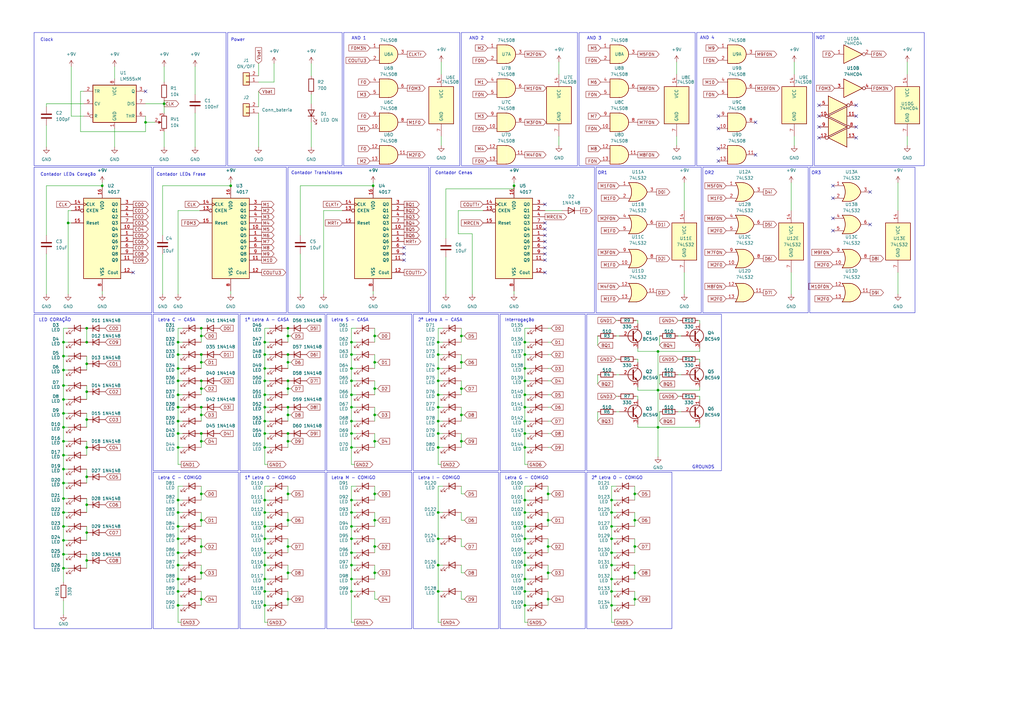
<source format=kicad_sch>
(kicad_sch (version 20230121) (generator eeschema)
  (paper "A3")
  (title_block (title "Pedido Casamento") (date "2023-12-13") (rev "01") (company "LGM Eletrônica") (comment 1 "Eng. Leonardo Gomes Magalhães"))
  (junction (at 118.11 159.385))
  (junction (at 73.025 183.515))
  (junction (at 250.825 215.9))
  (junction (at 250.825 248.285))
  (junction (at 215.265 210.185))
  (junction (at 153.67 234.95))
  (junction (at 215.265 156.21))
  (junction (at 108.585 183.515))
  (junction (at 215.265 226.695))
  (junction (at 260.35 202.565))
  (junction (at 118.11 145.415))
  (junction (at 35.56 218.44))
  (junction (at 41.91 76.2))
  (junction (at 144.145 220.98))
  (junction (at 82.55 213.36))
  (junction (at 67.31 42.545))
  (junction (at 153.67 159.385))
  (junction (at 215.265 172.72))
  (junction (at 26.035 233.045))
  (junction (at 153.67 170.18))
  (junction (at 35.56 149.225))
  (junction (at 215.265 215.9))
  (junction (at 250.825 231.775))
  (junction (at 144.145 161.925))
  (junction (at 26.035 227.33))
  (junction (at 82.55 245.745))
  (junction (at 153.67 213.36))
  (junction (at 250.825 220.98))
  (junction (at 73.025 140.335))
  (junction (at 260.35 245.745))
  (junction (at 73.025 248.285))
  (junction (at 215.265 145.415))
  (junction (at 118.11 137.795))
  (junction (at 179.705 140.335))
  (junction (at 35.56 134.62))
  (junction (at 260.35 234.95))
  (junction (at 144.145 167.005))
  (junction (at 144.145 242.57))
  (junction (at 215.265 151.13))
  (junction (at 144.145 183.515))
  (junction (at 108.585 177.8))
  (junction (at 215.265 177.8))
  (junction (at 73.025 226.695))
  (junction (at 118.11 148.59))
  (junction (at 73.025 231.775))
  (junction (at 82.55 156.21))
  (junction (at 189.23 137.795))
  (junction (at 73.025 205.105))
  (junction (at 26.035 215.9))
  (junction (at 73.025 151.13))
  (junction (at 224.79 245.745))
  (junction (at 144.145 140.335))
  (junction (at 144.145 151.13))
  (junction (at 153.67 180.975))
  (junction (at 73.025 172.72))
  (junction (at 82.55 159.385))
  (junction (at 82.55 180.975))
  (junction (at 82.55 145.415))
  (junction (at 189.23 159.385))
  (junction (at 118.11 213.36))
  (junction (at 118.11 134.62))
  (junction (at 108.585 151.13))
  (junction (at 59.69 50.165))
  (junction (at 179.705 151.13))
  (junction (at 108.585 145.415))
  (junction (at 153.035 76.2))
  (junction (at 118.11 224.155))
  (junction (at 108.585 156.21))
  (junction (at 35.56 207.01))
  (junction (at 26.035 204.47))
  (junction (at 260.35 213.36))
  (junction (at 179.705 242.57))
  (junction (at 224.79 234.95))
  (junction (at 118.11 177.8))
  (junction (at 73.025 237.49))
  (junction (at 118.11 202.565))
  (junction (at 108.585 215.9))
  (junction (at 250.825 226.695))
  (junction (at 118.11 156.21))
  (junction (at 269.875 144.145))
  (junction (at 82.55 167.005))
  (junction (at 73.025 242.57))
  (junction (at 82.55 224.155))
  (junction (at 26.035 158.115))
  (junction (at 26.035 175.26))
  (junction (at 144.145 145.415))
  (junction (at 144.145 237.49))
  (junction (at 108.585 220.98))
  (junction (at 82.55 170.18))
  (junction (at 118.11 167.005))
  (junction (at 153.67 202.565))
  (junction (at 35.56 160.655))
  (junction (at 215.265 167.005))
  (junction (at 108.585 205.105))
  (junction (at 27.94 91.44))
  (junction (at 82.55 234.95))
  (junction (at 144.145 231.775))
  (junction (at 94.615 76.2))
  (junction (at 26.035 180.975))
  (junction (at 26.035 198.12))
  (junction (at 26.035 186.69))
  (junction (at 108.585 172.72))
  (junction (at 179.705 210.185))
  (junction (at 179.705 167.005))
  (junction (at 35.56 229.87))
  (junction (at 73.025 215.9))
  (junction (at 26.035 221.615))
  (junction (at 179.705 156.21))
  (junction (at 82.55 137.795))
  (junction (at 250.825 210.185))
  (junction (at 108.585 226.695))
  (junction (at 179.705 161.925))
  (junction (at 224.79 224.155))
  (junction (at 153.67 148.59))
  (junction (at 179.705 177.8))
  (junction (at 215.265 183.515))
  (junction (at 73.025 210.185))
  (junction (at 82.55 202.565))
  (junction (at 108.585 248.285))
  (junction (at 215.265 231.775))
  (junction (at 189.23 180.975))
  (junction (at 26.035 210.185))
  (junction (at 144.145 205.105))
  (junction (at 215.265 140.335))
  (junction (at 215.265 242.57))
  (junction (at 144.145 156.21))
  (junction (at 224.79 202.565))
  (junction (at 118.11 170.18))
  (junction (at 108.585 161.925))
  (junction (at 144.145 215.9))
  (junction (at 215.265 161.925))
  (junction (at 73.025 220.98))
  (junction (at 144.145 172.72))
  (junction (at 118.11 245.745))
  (junction (at 215.265 248.285))
  (junction (at 26.035 163.83))
  (junction (at 26.035 192.405))
  (junction (at 73.025 177.8))
  (junction (at 189.23 170.18))
  (junction (at 210.82 76.2))
  (junction (at 108.585 167.005))
  (junction (at 153.67 224.155))
  (junction (at 269.875 160.02))
  (junction (at 189.23 148.59))
  (junction (at 179.705 172.72))
  (junction (at 179.705 183.515))
  (junction (at 179.705 220.98))
  (junction (at 73.025 145.415))
  (junction (at 224.79 213.36))
  (junction (at 73.025 161.925))
  (junction (at 26.035 140.335))
  (junction (at 108.585 140.335))
  (junction (at 26.035 169.545))
  (junction (at 215.265 220.98))
  (junction (at 26.035 151.765))
  (junction (at 108.585 231.775))
  (junction (at 35.56 140.335))
  (junction (at 118.11 234.95))
  (junction (at 82.55 134.62))
  (junction (at 82.55 177.8))
  (junction (at 144.145 177.8))
  (junction (at 35.56 172.085))
  (junction (at 35.56 183.515))
  (junction (at 144.145 210.185))
  (junction (at 250.825 237.49))
  (junction (at 35.56 195.58))
  (junction (at 108.585 210.185))
  (junction (at 82.55 148.59))
  (junction (at 153.67 137.795))
  (junction (at 215.265 237.49))
  (junction (at 179.705 145.415))
  (junction (at 118.11 180.975))
  (junction (at 73.025 156.21))
  (junction (at 250.825 242.57))
  (junction (at 260.35 224.155))
  (junction (at 108.585 242.57))
  (junction (at 179.705 231.775))
  (junction (at 269.875 175.26))
  (junction (at 144.145 226.695))
  (junction (at 215.265 205.105))
  (junction (at 108.585 237.49))
  (junction (at 73.025 167.005))
  (junction (at 26.035 146.05))
  (junction (at 250.825 205.105))
  (no_connect (at 59.69 37.465))
  (no_connect (at 335.915 47.625))
  (no_connect (at 335.915 56.515))
  (no_connect (at 223.52 93.98))
  (no_connect (at 351.155 47.625))
  (no_connect (at 223.52 96.52))
  (no_connect (at 294.64 47.625))
  (no_connect (at 54.61 111.76))
  (no_connect (at 341.63 81.28))
  (no_connect (at 351.155 43.18))
  (no_connect (at 294.64 60.96))
  (no_connect (at 223.52 106.68))
  (no_connect (at 356.87 78.74))
  (no_connect (at 223.52 101.6))
  (no_connect (at 223.52 99.06))
  (no_connect (at 351.155 52.07))
  (no_connect (at 223.52 104.14))
  (no_connect (at 351.155 56.515))
  (no_connect (at 165.735 106.68))
  (no_connect (at 356.87 92.075))
  (no_connect (at 223.52 111.76))
  (no_connect (at 223.52 91.44))
  (no_connect (at 165.735 101.6))
  (no_connect (at 165.735 104.14))
  (no_connect (at 309.88 63.5))
  (no_connect (at 335.915 52.07))
  (no_connect (at 335.915 43.18))
  (no_connect (at 309.88 50.165))
  (no_connect (at 294.64 66.04))
  (no_connect (at 223.52 83.82))
  (no_connect (at 294.64 52.705))
  (no_connect (at 341.63 89.535))
  (no_connect (at 341.63 94.615))
  (no_connect (at 341.63 76.2))
  (wire (pts (xy 59.69 42.545) (xy 67.31 42.545)))
  (wire (pts (xy 260.35 231.775) (xy 260.35 234.95)))
  (wire (pts (xy 153.67 213.36) (xy 153.67 215.9)))
  (wire (pts (xy 146.05 242.57) (xy 144.145 242.57)))
  (wire (pts (xy 181.61 231.775) (xy 179.705 231.775)))
  (wire (pts (xy 108.585 151.13) (xy 108.585 156.21)))
  (wire (pts (xy 108.585 183.515) (xy 110.49 183.515)))
  (wire (pts (xy 73.025 161.925) (xy 73.025 167.005)))
  (wire (pts (xy 118.11 137.795) (xy 119.38 137.795)))
  (wire (pts (xy 46.99 27.305) (xy 46.99 32.385)))
  (wire (pts (xy 260.35 234.95) (xy 260.35 237.49)))
  (wire (pts (xy 260.35 224.155) (xy 260.35 226.695)))
  (wire (pts (xy 144.145 237.49) (xy 146.05 237.49)))
  (wire (pts (xy 108.585 156.21) (xy 108.585 161.925)))
  (wire (pts (xy 189.23 170.18) (xy 189.23 172.72)))
  (wire (pts (xy 224.79 245.745) (xy 226.06 245.745)))
  (wire (pts (xy 189.23 137.795) (xy 190.5 137.795)))
  (wire (pts (xy 250.825 215.9) (xy 252.73 215.9)))
  (wire (pts (xy 118.11 167.005) (xy 118.11 170.18)))
  (wire (pts (xy 182.88 97.79) (xy 182.88 77.47)))
  (wire (pts (xy 144.145 190.5) (xy 145.415 190.5)))
  (wire (pts (xy 26.035 215.9) (xy 26.035 221.615)))
  (wire (pts (xy 108.585 140.335) (xy 110.49 140.335)))
  (wire (pts (xy 82.55 180.975) (xy 83.82 180.975)))
  (wire (pts (xy 179.705 161.925) (xy 179.705 167.005)))
  (wire (pts (xy 144.145 215.9) (xy 144.145 220.98)))
  (wire (pts (xy 26.035 204.47) (xy 27.94 204.47)))
  (wire (pts (xy 73.025 205.105) (xy 73.025 210.185)))
  (wire (pts (xy 26.035 204.47) (xy 26.035 210.185)))
  (wire (pts (xy 118.11 156.21) (xy 118.11 159.385)))
  (wire (pts (xy 189.23 134.62) (xy 189.23 137.795)))
  (wire (pts (xy 224.79 151.13) (xy 226.06 151.13)))
  (wire (pts (xy 250.825 248.285) (xy 252.73 248.285)))
  (wire (pts (xy 27.94 186.69) (xy 26.035 186.69)))
  (wire (pts (xy 215.265 199.39) (xy 215.265 205.105)))
  (wire (pts (xy 19.05 42.545) (xy 34.29 42.545)))
  (wire (pts (xy 189.23 148.59) (xy 189.23 151.13)))
  (wire (pts (xy 179.705 134.62) (xy 179.705 140.335)))
  (wire (pts (xy 106.045 46.355) (xy 106.045 60.325)))
  (wire (pts (xy 144.145 210.185) (xy 144.145 215.9)))
  (wire (pts (xy 35.56 172.085) (xy 35.56 175.26)))
  (wire (pts (xy 181.61 156.21) (xy 179.705 156.21)))
  (wire (pts (xy 66.675 104.14) (xy 66.675 120.65)))
  (wire (pts (xy 127.635 38.735) (xy 127.635 42.545)))
  (wire (pts (xy 110.49 156.21) (xy 108.585 156.21)))
  (wire (pts (xy 153.67 180.975) (xy 153.67 183.515)))
  (wire (pts (xy 26.035 146.05) (xy 26.035 151.765)))
  (wire (pts (xy 35.56 183.515) (xy 35.56 186.69)))
  (wire (pts (xy 26.035 140.335) (xy 27.94 140.335)))
  (wire (pts (xy 260.35 220.98) (xy 260.35 224.155)))
  (wire (pts (xy 82.55 234.95) (xy 82.55 237.49)))
  (wire (pts (xy 254 137.795) (xy 252.73 137.795)))
  (wire (pts (xy 82.55 202.565) (xy 82.55 205.105)))
  (wire (pts (xy 108.585 237.49) (xy 108.585 242.57)))
  (wire (pts (xy 189.23 170.18) (xy 190.5 170.18)))
  (wire (pts (xy 118.11 177.8) (xy 118.11 180.975)))
  (wire (pts (xy 82.55 134.62) (xy 82.55 137.795)))
  (wire (pts (xy 35.56 158.115) (xy 35.56 160.655)))
  (wire (pts (xy 82.55 180.975) (xy 82.55 183.515)))
  (wire (pts (xy 153.67 137.795) (xy 153.67 140.335)))
  (wire (pts (xy 270.51 153.67) (xy 270.51 157.48)))
  (wire (pts (xy 217.17 242.57) (xy 215.265 242.57)))
  (wire (pts (xy 215.265 151.13) (xy 217.17 151.13)))
  (wire (pts (xy 245.11 137.795) (xy 245.11 141.605)))
  (wire (pts (xy 118.11 137.795) (xy 118.11 140.335)))
  (wire (pts (xy 215.265 156.21) (xy 215.265 161.925)))
  (wire (pts (xy 250.825 231.775) (xy 250.825 237.49)))
  (wire (pts (xy 223.52 86.36) (xy 230.505 86.36)))
  (wire (pts (xy 153.67 245.745) (xy 154.94 245.745)))
  (wire (pts (xy 224.79 234.95) (xy 226.06 234.95)))
  (wire (pts (xy 153.67 202.565) (xy 154.94 202.565)))
  (wire (pts (xy 229.235 25.4) (xy 229.235 30.48)))
  (wire (pts (xy 118.11 159.385) (xy 119.38 159.385)))
  (wire (pts (xy 287.02 158.75) (xy 287.02 160.02)))
  (wire (pts (xy 118.11 202.565) (xy 119.38 202.565)))
  (wire (pts (xy 73.025 120.65) (xy 73.025 86.36)))
  (wire (pts (xy 35.56 160.655) (xy 35.56 163.83)))
  (wire (pts (xy 144.145 215.9) (xy 146.05 215.9)))
  (wire (pts (xy 74.93 231.775) (xy 73.025 231.775)))
  (wire (pts (xy 324.485 74.93) (xy 324.485 86.36)))
  (wire (pts (xy 189.23 148.59) (xy 190.5 148.59)))
  (wire (pts (xy 108.585 220.98) (xy 108.585 226.695)))
  (wire (pts (xy 146.05 199.39) (xy 144.145 199.39)))
  (wire (pts (xy 108.585 134.62) (xy 108.585 140.335)))
  (wire (pts (xy 26.035 221.615) (xy 26.035 227.33)))
  (wire (pts (xy 210.82 119.38) (xy 210.82 120.65)))
  (wire (pts (xy 153.67 224.155) (xy 154.94 224.155)))
  (wire (pts (xy 153.67 231.775) (xy 153.67 234.95)))
  (wire (pts (xy 215.265 134.62) (xy 215.265 140.335)))
  (wire (pts (xy 215.265 210.185) (xy 215.265 215.9)))
  (wire (pts (xy 287.02 144.145) (xy 269.875 144.145)))
  (wire (pts (xy 224.79 242.57) (xy 224.79 245.745)))
  (wire (pts (xy 215.265 242.57) (xy 215.265 248.285)))
  (wire (pts (xy 82.55 231.775) (xy 82.55 234.95)))
  (wire (pts (xy 67.31 41.275) (xy 67.31 42.545)))
  (wire (pts (xy 146.05 156.21) (xy 144.145 156.21)))
  (wire (pts (xy 189.23 224.155) (xy 190.5 224.155)))
  (wire (pts (xy 35.56 215.9) (xy 35.56 218.44)))
  (wire (pts (xy 118.11 145.415) (xy 118.11 148.59)))
  (wire (pts (xy 153.67 234.95) (xy 153.67 237.49)))
  (wire (pts (xy 108.585 215.9) (xy 108.585 220.98)))
  (wire (pts (xy 179.705 231.775) (xy 179.705 242.57)))
  (wire (pts (xy 123.19 96.52) (xy 123.19 76.2)))
  (wire (pts (xy 217.17 231.775) (xy 215.265 231.775)))
  (wire (pts (xy 261.62 131.445) (xy 261.62 132.715)))
  (wire (pts (xy 26.035 210.185) (xy 27.94 210.185)))
  (wire (pts (xy 94.615 119.38) (xy 94.615 120.65)))
  (wire (pts (xy 144.145 151.13) (xy 146.05 151.13)))
  (wire (pts (xy 26.035 198.12) (xy 26.035 204.47)))
  (wire (pts (xy 67.31 53.975) (xy 67.31 60.325)))
  (wire (pts (xy 179.705 172.72) (xy 179.705 177.8)))
  (wire (pts (xy 261.62 147.32) (xy 261.62 148.59)))
  (wire (pts (xy 224.79 140.335) (xy 226.06 140.335)))
  (wire (pts (xy 82.55 202.565) (xy 83.82 202.565)))
  (wire (pts (xy 153.67 159.385) (xy 153.67 161.925)))
  (wire (pts (xy 279.4 137.795) (xy 278.13 137.795)))
  (wire (pts (xy 224.79 134.62) (xy 226.06 134.62)))
  (wire (pts (xy 27.94 227.33) (xy 26.035 227.33)))
  (wire (pts (xy 94.615 74.93) (xy 94.615 76.2)))
  (wire (pts (xy 189.23 202.565) (xy 190.5 202.565)))
  (wire (pts (xy 254 153.67) (xy 252.73 153.67)))
  (wire (pts (xy 26.035 134.62) (xy 26.035 140.335)))
  (wire (pts (xy 269.875 160.02) (xy 287.02 160.02)))
  (wire (pts (xy 146.05 134.62) (xy 144.145 134.62)))
  (wire (pts (xy 179.705 220.98) (xy 179.705 231.775)))
  (wire (pts (xy 250.825 226.695) (xy 250.825 231.775)))
  (wire (pts (xy 73.025 172.72) (xy 74.93 172.72)))
  (wire (pts (xy 35.56 227.33) (xy 35.56 229.87)))
  (wire (pts (xy 153.67 199.39) (xy 153.67 202.565)))
  (wire (pts (xy 250.825 215.9) (xy 250.825 220.98)))
  (wire (pts (xy 118.11 245.745) (xy 119.38 245.745)))
  (wire (pts (xy 144.145 220.98) (xy 144.145 226.695)))
  (wire (pts (xy 325.755 55.88) (xy 325.755 59.69)))
  (wire (pts (xy 73.025 215.9) (xy 73.025 220.98)))
  (wire (pts (xy 82.55 145.415) (xy 82.55 148.59)))
  (wire (pts (xy 26.035 175.26) (xy 26.035 180.975)))
  (wire (pts (xy 80.01 27.305) (xy 80.01 38.735)))
  (wire (pts (xy 181.61 199.39) (xy 179.705 199.39)))
  (wire (pts (xy 73.025 161.925) (xy 74.93 161.925)))
  (wire (pts (xy 224.79 224.155) (xy 226.06 224.155)))
  (wire (pts (xy 179.705 156.21) (xy 179.705 161.925)))
  (wire (pts (xy 118.11 224.155) (xy 118.11 226.695)))
  (wire (pts (xy 108.585 237.49) (xy 110.49 237.49)))
  (wire (pts (xy 224.79 145.415) (xy 226.06 145.415)))
  (wire (pts (xy 35.56 195.58) (xy 35.56 198.12)))
  (wire (pts (xy 179.705 183.515) (xy 181.61 183.515)))
  (wire (pts (xy 146.05 145.415) (xy 144.145 145.415)))
  (wire (pts (xy 35.56 149.225) (xy 35.56 151.765)))
  (wire (pts (xy 153.67 137.795) (xy 154.94 137.795)))
  (wire (pts (xy 108.585 205.105) (xy 110.49 205.105)))
  (wire (pts (xy 215.265 172.72) (xy 215.265 177.8)))
  (wire (pts (xy 270.51 137.795) (xy 270.51 141.605)))
  (wire (pts (xy 108.585 255.27) (xy 109.855 255.27)))
  (wire (pts (xy 82.55 159.385) (xy 82.55 161.925)))
  (wire (pts (xy 250.825 255.27) (xy 252.095 255.27)))
  (wire (pts (xy 35.56 207.01) (xy 35.56 210.185)))
  (wire (pts (xy 108.585 167.005) (xy 108.585 172.72)))
  (wire (pts (xy 278.13 147.32) (xy 278.765 147.32)))
  (wire (pts (xy 180.975 25.4) (xy 180.975 30.48)))
  (wire (pts (xy 35.56 218.44) (xy 35.56 221.615)))
  (wire (pts (xy 261.62 175.26) (xy 269.875 175.26)))
  (wire (pts (xy 144.145 183.515) (xy 144.145 190.5)))
  (wire (pts (xy 108.585 151.13) (xy 110.49 151.13)))
  (wire (pts (xy 29.21 47.625) (xy 34.29 47.625)))
  (wire (pts (xy 74.93 134.62) (xy 73.025 134.62)))
  (wire (pts (xy 118.11 234.95) (xy 118.11 237.49)))
  (wire (pts (xy 66.675 76.2) (xy 94.615 76.2)))
  (wire (pts (xy 224.79 156.21) (xy 226.06 156.21)))
  (wire (pts (xy 26.035 215.9) (xy 27.94 215.9)))
  (wire (pts (xy 215.265 140.335) (xy 215.265 145.415)))
  (wire (pts (xy 106.045 26.035) (xy 106.045 31.115)))
  (wire (pts (xy 108.585 183.515) (xy 108.585 190.5)))
  (wire (pts (xy 82.55 210.185) (xy 82.55 213.36)))
  (wire (pts (xy 261.62 144.145) (xy 269.875 144.145)))
  (wire (pts (xy 189.23 177.8) (xy 189.23 180.975)))
  (wire (pts (xy 82.55 220.98) (xy 82.55 224.155)))
  (wire (pts (xy 180.975 55.88) (xy 180.975 59.69)))
  (wire (pts (xy 252.73 162.56) (xy 253.365 162.56)))
  (wire (pts (xy 217.17 145.415) (xy 215.265 145.415)))
  (wire (pts (xy 372.11 25.4) (xy 372.11 30.48)))
  (wire (pts (xy 27.94 120.65) (xy 27.94 91.44)))
  (wire (pts (xy 224.79 234.95) (xy 224.79 237.49)))
  (wire (pts (xy 153.035 119.38) (xy 153.035 120.65)))
  (wire (pts (xy 210.82 77.47) (xy 210.82 76.2)))
  (wire (pts (xy 153.67 202.565) (xy 153.67 205.105)))
  (wire (pts (xy 250.825 237.49) (xy 252.73 237.49)))
  (wire (pts (xy 215.265 183.515) (xy 215.265 190.5)))
  (wire (pts (xy 118.11 242.57) (xy 118.11 245.745)))
  (wire (pts (xy 215.265 205.105) (xy 217.17 205.105)))
  (wire (pts (xy 182.88 77.47) (xy 210.82 77.47)))
  (wire (pts (xy 144.145 172.72) (xy 144.145 177.8)))
  (wire (pts (xy 108.585 215.9) (xy 110.49 215.9)))
  (wire (pts (xy 144.145 172.72) (xy 146.05 172.72)))
  (wire (pts (xy 26.035 163.83) (xy 27.94 163.83)))
  (wire (pts (xy 189.23 242.57) (xy 189.23 245.745)))
  (wire (pts (xy 144.145 167.005) (xy 144.145 172.72)))
  (wire (pts (xy 260.35 224.155) (xy 261.62 224.155)))
  (wire (pts (xy 260.35 202.565) (xy 261.62 202.565)))
  (wire (pts (xy 269.875 175.26) (xy 269.875 187.325)))
  (wire (pts (xy 261.62 158.75) (xy 261.62 160.02)))
  (wire (pts (xy 33.02 53.975) (xy 59.69 53.975)))
  (wire (pts (xy 118.11 224.155) (xy 119.38 224.155)))
  (wire (pts (xy 287.02 142.875) (xy 287.02 144.145)))
  (wire (pts (xy 35.56 169.545) (xy 35.56 172.085)))
  (wire (pts (xy 35.56 204.47) (xy 35.56 207.01)))
  (wire (pts (xy 108.585 177.8) (xy 108.585 183.515)))
  (wire (pts (xy 179.705 145.415) (xy 179.705 151.13)))
  (wire (pts (xy 260.35 242.57) (xy 260.35 245.745)))
  (wire (pts (xy 277.495 25.4) (xy 277.495 30.48)))
  (wire (pts (xy 280.67 111.76) (xy 280.67 120.65)))
  (wire (pts (xy 224.79 161.925) (xy 226.06 161.925)))
  (wire (pts (xy 82.55 170.18) (xy 82.55 172.72)))
  (wire (pts (xy 260.985 147.32) (xy 261.62 147.32)))
  (wire (pts (xy 325.755 25.4) (xy 325.755 30.48)))
  (wire (pts (xy 26.035 233.045) (xy 27.94 233.045)))
  (wire (pts (xy 287.02 173.99) (xy 287.02 175.26)))
  (wire (pts (xy 215.265 190.5) (xy 216.535 190.5)))
  (wire (pts (xy 26.035 151.765) (xy 26.035 158.115)))
  (wire (pts (xy 35.56 192.405) (xy 35.56 195.58)))
  (wire (pts (xy 193.675 95.885) (xy 187.96 95.885)))
  (wire (pts (xy 59.69 50.165) (xy 59.69 47.625)))
  (wire (pts (xy 73.025 242.57) (xy 73.025 248.285)))
  (wire (pts (xy 215.265 172.72) (xy 217.17 172.72)))
  (wire (pts (xy 229.235 55.88) (xy 229.235 59.69)))
  (wire (pts (xy 368.3 111.76) (xy 368.3 120.65)))
  (wire (pts (xy 35.56 180.975) (xy 35.56 183.515)))
  (wire (pts (xy 189.23 213.36) (xy 190.5 213.36)))
  (wire (pts (xy 187.96 86.36) (xy 198.12 86.36)))
  (wire (pts (xy 26.035 180.975) (xy 27.94 180.975)))
  (wire (pts (xy 260.35 245.745) (xy 260.35 248.285)))
  (wire (pts (xy 181.61 210.185) (xy 179.705 210.185)))
  (wire (pts (xy 108.585 161.925) (xy 108.585 167.005)))
  (wire (pts (xy 19.05 96.52) (xy 19.05 76.2)))
  (wire (pts (xy 287.02 162.56) (xy 287.02 163.83)))
  (wire (pts (xy 144.145 205.105) (xy 144.145 210.185)))
  (wire (pts (xy 82.55 148.59) (xy 83.82 148.59)))
  (wire (pts (xy 118.11 170.18) (xy 118.11 172.72)))
  (wire (pts (xy 110.49 220.98) (xy 108.585 220.98)))
  (wire (pts (xy 108.585 248.285) (xy 108.585 255.27)))
  (wire (pts (xy 73.025 151.13) (xy 74.93 151.13)))
  (wire (pts (xy 215.265 151.13) (xy 215.265 156.21)))
  (wire (pts (xy 215.265 231.775) (xy 215.265 237.49)))
  (wire (pts (xy 73.025 156.21) (xy 73.025 161.925)))
  (wire (pts (xy 217.17 220.98) (xy 215.265 220.98)))
  (wire (pts (xy 123.19 76.2) (xy 153.035 76.2)))
  (wire (pts (xy 41.91 119.38) (xy 41.91 120.65)))
  (wire (pts (xy 73.025 140.335) (xy 73.025 145.415)))
  (wire (pts (xy 73.025 255.27) (xy 74.295 255.27)))
  (wire (pts (xy 261.62 160.02) (xy 269.875 160.02)))
  (wire (pts (xy 287.02 131.445) (xy 287.02 132.715)))
  (wire (pts (xy 215.265 167.005) (xy 215.265 172.72)))
  (wire (pts (xy 108.585 190.5) (xy 109.855 190.5)))
  (wire (pts (xy 144.145 161.925) (xy 146.05 161.925)))
  (wire (pts (xy 108.585 172.72) (xy 108.585 177.8)))
  (wire (pts (xy 179.705 199.39) (xy 179.705 210.185)))
  (wire (pts (xy 29.21 27.305) (xy 29.21 47.625)))
  (wire (pts (xy 153.67 134.62) (xy 153.67 137.795)))
  (wire (pts (xy 269.875 160.02) (xy 269.875 175.26)))
  (wire (pts (xy 27.94 134.62) (xy 26.035 134.62)))
  (wire (pts (xy 27.94 91.44) (xy 27.94 86.36)))
  (wire (pts (xy 250.825 226.695) (xy 252.73 226.695)))
  (wire (pts (xy 26.035 221.615) (xy 27.94 221.615)))
  (wire (pts (xy 252.73 147.32) (xy 253.365 147.32)))
  (wire (pts (xy 252.73 242.57) (xy 250.825 242.57)))
  (wire (pts (xy 118.11 180.975) (xy 118.11 183.515)))
  (wire (pts (xy 215.265 205.105) (xy 215.265 210.185)))
  (wire (pts (xy 67.31 42.545) (xy 67.31 46.355)))
  (wire (pts (xy 146.05 210.185) (xy 144.145 210.185)))
  (wire (pts (xy 260.35 199.39) (xy 260.35 202.565)))
  (wire (pts (xy 26.035 158.115) (xy 26.035 163.83)))
  (wire (pts (xy 187.96 95.885) (xy 187.96 86.36)))
  (wire (pts (xy 144.145 151.13) (xy 144.145 156.21)))
  (wire (pts (xy 189.23 156.21) (xy 189.23 159.385)))
  (wire (pts (xy 82.55 137.795) (xy 83.82 137.795)))
  (wire (pts (xy 153.67 167.005) (xy 153.67 170.18)))
  (wire (pts (xy 217.17 199.39) (xy 215.265 199.39)))
  (wire (pts (xy 112.395 33.655) (xy 112.395 26.035)))
  (wire (pts (xy 261.62 173.99) (xy 261.62 175.26)))
  (wire (pts (xy 73.025 237.49) (xy 74.93 237.49)))
  (wire (pts (xy 189.23 234.95) (xy 190.5 234.95)))
  (wire (pts (xy 73.025 231.775) (xy 73.025 237.49)))
  (wire (pts (xy 82.55 242.57) (xy 82.55 245.745)))
  (wire (pts (xy 250.825 237.49) (xy 250.825 242.57)))
  (wire (pts (xy 215.265 177.8) (xy 215.265 183.515)))
  (wire (pts (xy 217.17 210.185) (xy 215.265 210.185)))
  (wire (pts (xy 118.11 210.185) (xy 118.11 213.36)))
  (wire (pts (xy 108.585 161.925) (xy 110.49 161.925)))
  (wire (pts (xy 153.67 234.95) (xy 154.94 234.95)))
  (wire (pts (xy 224.79 213.36) (xy 226.06 213.36)))
  (wire (pts (xy 250.825 220.98) (xy 250.825 226.695)))
  (wire (pts (xy 33.02 37.465) (xy 33.02 53.975)))
  (wire (pts (xy 73.025 210.185) (xy 73.025 215.9)))
  (wire (pts (xy 110.49 199.39) (xy 108.585 199.39)))
  (wire (pts (xy 118.11 231.775) (xy 118.11 234.95)))
  (wire (pts (xy 179.705 210.185) (xy 179.705 220.98)))
  (wire (pts (xy 108.585 199.39) (xy 108.585 205.105)))
  (wire (pts (xy 250.825 242.57) (xy 250.825 248.285)))
  (wire (pts (xy 118.11 220.98) (xy 118.11 224.155)))
  (wire (pts (xy 153.67 156.21) (xy 153.67 159.385)))
  (wire (pts (xy 26.035 146.05) (xy 27.94 146.05)))
  (wire (pts (xy 153.67 220.98) (xy 153.67 224.155)))
  (wire (pts (xy 82.55 245.745) (xy 82.55 248.285)))
  (wire (pts (xy 279.4 153.67) (xy 278.13 153.67)))
  (wire (pts (xy 261.62 142.875) (xy 261.62 144.145)))
  (wire (pts (xy 179.705 242.57) (xy 179.705 255.27)))
  (wire (pts (xy 252.73 220.98) (xy 250.825 220.98)))
  (wire (pts (xy 144.145 140.335) (xy 146.05 140.335)))
  (wire (pts (xy 82.55 177.8) (xy 82.55 180.975)))
  (wire (pts (xy 73.025 237.49) (xy 73.025 242.57)))
  (wire (pts (xy 153.035 74.93) (xy 153.035 76.2)))
  (wire (pts (xy 74.93 167.005) (xy 73.025 167.005)))
  (wire (pts (xy 189.23 159.385) (xy 190.5 159.385)))
  (wire (pts (xy 144.145 161.925) (xy 144.145 167.005)))
  (wire (pts (xy 132.715 86.36) (xy 132.715 120.65)))
  (wire (pts (xy 73.025 145.415) (xy 73.025 151.13)))
  (wire (pts (xy 153.67 170.18) (xy 153.67 172.72)))
  (wire (pts (xy 144.145 177.8) (xy 144.145 183.515)))
  (wire (pts (xy 189.23 137.795) (xy 189.23 140.335)))
  (wire (pts (xy 224.79 220.98) (xy 224.79 224.155)))
  (wire (pts (xy 144.145 140.335) (xy 144.145 145.415)))
  (wire (pts (xy 144.145 242.57) (xy 144.145 255.27)))
  (wire (pts (xy 144.145 237.49) (xy 144.145 242.57)))
  (wire (pts (xy 144.145 205.105) (xy 146.05 205.105)))
  (wire (pts (xy 73.025 248.285) (xy 73.025 255.27)))
  (wire (pts (xy 261.62 162.56) (xy 261.62 163.83)))
  (wire (pts (xy 179.705 151.13) (xy 179.705 156.21)))
  (wire (pts (xy 250.825 248.285) (xy 250.825 255.27)))
  (wire (pts (xy 179.705 183.515) (xy 179.705 190.5)))
  (wire (pts (xy 217.17 177.8) (xy 215.265 177.8)))
  (wire (pts (xy 118.11 148.59) (xy 119.38 148.59)))
  (wire (pts (xy 181.61 134.62) (xy 179.705 134.62)))
  (wire (pts (xy 189.23 199.39) (xy 189.23 202.565)))
  (wire (pts (xy 224.79 210.185) (xy 224.79 213.36)))
  (wire (pts (xy 41.91 74.93) (xy 41.91 76.2)))
  (wire (pts (xy 144.145 199.39) (xy 144.145 205.105)))
  (wire (pts (xy 179.705 140.335) (xy 181.61 140.335)))
  (wire (pts (xy 144.145 183.515) (xy 146.05 183.515)))
  (wire (pts (xy 26.035 140.335) (xy 26.035 146.05)))
  (wire (pts (xy 144.145 156.21) (xy 144.145 161.925)))
  (wire (pts (xy 19.05 51.435) (xy 19.05 60.325)))
  (wire (pts (xy 260.35 245.745) (xy 261.62 245.745)))
  (wire (pts (xy 181.61 167.005) (xy 179.705 167.005)))
  (wire (pts (xy 280.67 74.93) (xy 280.67 86.36)))
  (wire (pts (xy 215.265 140.335) (xy 217.17 140.335)))
  (wire (pts (xy 153.67 170.18) (xy 154.94 170.18)))
  (wire (pts (xy 189.23 210.185) (xy 189.23 213.36)))
  (wire (pts (xy 224.79 245.745) (xy 224.79 248.285)))
  (wire (pts (xy 118.11 202.565) (xy 118.11 205.105)))
  (wire (pts (xy 74.93 242.57) (xy 73.025 242.57)))
  (wire (pts (xy 215.265 161.925) (xy 215.265 167.005)))
  (wire (pts (xy 252.73 131.445) (xy 253.365 131.445)))
  (wire (pts (xy 254 168.91) (xy 252.73 168.91)))
  (wire (pts (xy 182.88 105.41) (xy 182.88 120.65)))
  (wire (pts (xy 26.035 163.83) (xy 26.035 169.545)))
  (wire (pts (xy 73.025 248.285) (xy 74.93 248.285)))
  (wire (pts (xy 82.55 224.155) (xy 82.55 226.695)))
  (wire (pts (xy 153.67 177.8) (xy 153.67 180.975)))
  (wire (pts (xy 215.265 237.49) (xy 215.265 242.57)))
  (wire (pts (xy 153.67 210.185) (xy 153.67 213.36)))
  (wire (pts (xy 224.79 224.155) (xy 224.79 226.695)))
  (wire (pts (xy 144.145 226.695) (xy 146.05 226.695)))
  (wire (pts (xy 26.035 151.765) (xy 27.94 151.765)))
  (wire (pts (xy 59.69 50.165) (xy 63.5 50.165)))
  (wire (pts (xy 179.705 161.925) (xy 181.61 161.925)))
  (wire (pts (xy 73.025 151.13) (xy 73.025 156.21)))
  (wire (pts (xy 189.23 220.98) (xy 189.23 224.155)))
  (wire (pts (xy 73.025 183.515) (xy 74.93 183.515)))
  (wire (pts (xy 74.93 210.185) (xy 73.025 210.185)))
  (wire (pts (xy 82.55 199.39) (xy 82.55 202.565)))
  (wire (pts (xy 210.82 76.2) (xy 210.82 74.93)))
  (wire (pts (xy 189.23 180.975) (xy 189.23 183.515)))
  (wire (pts (xy 110.49 242.57) (xy 108.585 242.57)))
  (wire (pts (xy 73.025 226.695) (xy 74.93 226.695)))
  (wire (pts (xy 26.035 233.045) (xy 26.035 238.76)))
  (wire (pts (xy 215.265 248.285) (xy 217.17 248.285)))
  (wire (pts (xy 217.17 134.62) (xy 215.265 134.62)))
  (wire (pts (xy 153.67 159.385) (xy 154.94 159.385)))
  (wire (pts (xy 118.11 199.39) (xy 118.11 202.565)))
  (wire (pts (xy 73.025 199.39) (xy 73.025 205.105)))
  (wire (pts (xy 260.35 210.185) (xy 260.35 213.36)))
  (wire (pts (xy 132.715 86.36) (xy 140.335 86.36)))
  (wire (pts (xy 189.23 180.975) (xy 190.5 180.975)))
  (wire (pts (xy 19.05 42.545) (xy 19.05 43.815)))
  (wire (pts (xy 260.35 202.565) (xy 260.35 205.105)))
  (wire (pts (xy 26.035 180.975) (xy 26.035 186.69)))
  (wire (pts (xy 110.49 167.005) (xy 108.585 167.005)))
  (wire (pts (xy 82.55 245.745) (xy 83.82 245.745)))
  (wire (pts (xy 108.585 210.185) (xy 108.585 215.9)))
  (wire (pts (xy 34.29 37.465) (xy 33.02 37.465)))
  (wire (pts (xy 67.31 27.305) (xy 67.31 33.655)))
  (wire (pts (xy 189.23 167.005) (xy 189.23 170.18)))
  (wire (pts (xy 215.265 161.925) (xy 217.17 161.925)))
  (wire (pts (xy 74.93 220.98) (xy 73.025 220.98)))
  (wire (pts (xy 250.825 205.105) (xy 252.73 205.105)))
  (wire (pts (xy 80.01 46.355) (xy 80.01 60.325)))
  (wire (pts (xy 73.025 172.72) (xy 73.025 177.8)))
  (wire (pts (xy 217.17 167.005) (xy 215.265 167.005)))
  (wire (pts (xy 245.11 153.67) (xy 245.11 157.48)))
  (wire (pts (xy 26.035 246.38) (xy 26.035 252.095)))
  (wire (pts (xy 189.23 231.775) (xy 189.23 234.95)))
  (wire (pts (xy 118.11 245.745) (xy 118.11 248.285)))
  (wire (pts (xy 153.67 242.57) (xy 153.67 245.745)))
  (wire (pts (xy 286.385 131.445) (xy 287.02 131.445)))
  (wire (pts (xy 179.705 177.8) (xy 179.705 183.515)))
  (wire (pts (xy 74.93 156.21) (xy 73.025 156.21)))
  (wire (pts (xy 260.35 213.36) (xy 260.35 215.9)))
  (wire (pts (xy 26.035 175.26) (xy 27.94 175.26)))
  (wire (pts (xy 35.56 146.05) (xy 35.56 149.225)))
  (wire (pts (xy 73.025 190.5) (xy 74.295 190.5)))
  (wire (pts (xy 179.705 167.005) (xy 179.705 172.72)))
  (wire (pts (xy 250.825 205.105) (xy 250.825 210.185)))
  (wire (pts (xy 181.61 177.8) (xy 179.705 177.8)))
  (wire (pts (xy 35.56 134.62) (xy 35.56 140.335)))
  (wire (pts (xy 260.985 162.56) (xy 261.62 162.56)))
  (wire (pts (xy 279.4 168.91) (xy 278.13 168.91)))
  (wire (pts (xy 26.035 158.115) (xy 27.94 158.115)))
  (wire (pts (xy 153.67 148.59) (xy 154.94 148.59)))
  (wire (pts (xy 153.67 145.415) (xy 153.67 148.59)))
  (wire (pts (xy 26.035 169.545) (xy 26.035 175.26)))
  (wire (pts (xy 108.585 205.105) (xy 108.585 210.185)))
  (wire (pts (xy 269.875 175.26) (xy 287.02 175.26)))
  (wire (pts (xy 193.675 120.65) (xy 193.675 95.885)))
  (wire (pts (xy 108.585 231.775) (xy 108.585 237.49)))
  (wire (pts (xy 189.23 245.745) (xy 190.5 245.745)))
  (wire (pts (xy 106.045 37.465) (xy 106.045 43.815)))
  (wire (pts (xy 108.585 248.285) (xy 110.49 248.285)))
  (wire (pts (xy 118.11 213.36) (xy 119.38 213.36)))
  (wire (pts (xy 123.19 104.14) (xy 123.19 120.65)))
  (wire (pts (xy 108.585 226.695) (xy 108.585 231.775)))
  (wire (pts (xy 108.585 140.335) (xy 108.585 145.415)))
  (wire (pts (xy 73.025 134.62) (xy 73.025 140.335)))
  (wire (pts (xy 286.385 147.32) (xy 287.02 147.32)))
  (wire (pts (xy 278.13 131.445) (xy 278.765 131.445)))
  (wire (pts (xy 73.025 205.105) (xy 74.93 205.105)))
  (wire (pts (xy 66.675 96.52) (xy 66.675 76.2)))
  (wire (pts (xy 108.585 145.415) (xy 108.585 151.13)))
  (wire (pts (xy 127.635 26.035) (xy 127.635 31.115)))
  (wire (pts (xy 82.55 137.795) (xy 82.55 140.335)))
  (wire (pts (xy 108.585 172.72) (xy 110.49 172.72)))
  (wire (pts (xy 324.485 111.76) (xy 324.485 120.65)))
  (wire (pts (xy 73.025 220.98) (xy 73.025 226.695)))
  (wire (pts (xy 215.265 226.695) (xy 215.265 231.775)))
  (wire (pts (xy 27.94 86.36) (xy 29.21 86.36)))
  (wire (pts (xy 46.99 52.705) (xy 46.99 60.325)))
  (wire (pts (xy 110.49 145.415) (xy 108.585 145.415)))
  (wire (pts (xy 224.79 199.39) (xy 224.79 202.565)))
  (wire (pts (xy 19.05 76.2) (xy 41.91 76.2)))
  (wire (pts (xy 27.94 91.44) (xy 29.21 91.44)))
  (wire (pts (xy 73.025 167.005) (xy 73.025 172.72)))
  (wire (pts (xy 278.13 162.56) (xy 278.765 162.56)))
  (wire (pts (xy 224.79 231.775) (xy 224.79 234.95)))
  (wire (pts (xy 252.73 231.775) (xy 250.825 231.775)))
  (wire (pts (xy 82.55 148.59) (xy 82.55 151.13)))
  (wire (pts (xy 108.585 242.57) (xy 108.585 248.285)))
  (wire (pts (xy 26.035 186.69) (xy 26.035 192.405)))
  (wire (pts (xy 108.585 226.695) (xy 110.49 226.695)))
  (wire (pts (xy 146.05 177.8) (xy 144.145 177.8)))
  (wire (pts (xy 252.73 199.39) (xy 250.825 199.39)))
  (wire (pts (xy 82.55 213.36) (xy 83.82 213.36)))
  (wire (pts (xy 110.49 177.8) (xy 108.585 177.8)))
  (wire (pts (xy 215.265 248.285) (xy 215.265 255.27)))
  (wire (pts (xy 118.11 234.95) (xy 119.38 234.95)))
  (wire (pts (xy 224.79 172.72) (xy 226.06 172.72)))
  (wire (pts (xy 144.145 226.695) (xy 144.145 231.775)))
  (wire (pts (xy 224.79 167.005) (xy 226.06 167.005)))
  (wire (pts (xy 82.55 159.385) (xy 83.82 159.385)))
  (wire (pts (xy 189.23 159.385) (xy 189.23 161.925)))
  (wire (pts (xy 189.23 145.415) (xy 189.23 148.59)))
  (wire (pts (xy 118.11 170.18) (xy 119.38 170.18)))
  (wire (pts (xy 73.025 183.515) (xy 73.025 190.5)))
  (wire (pts (xy 260.35 213.36) (xy 261.62 213.36)))
  (wire (pts (xy 217.17 156.21) (xy 215.265 156.21)))
  (wire (pts (xy 372.11 55.88) (xy 372.11 59.69)))
  (wire (pts (xy 26.035 192.405) (xy 26.035 198.12)))
  (wire (pts (xy 74.93 199.39) (xy 73.025 199.39)))
  (wire (pts (xy 215.265 226.695) (xy 217.17 226.695)))
  (wire (pts (xy 82.55 156.21) (xy 82.55 159.385)))
  (wire (pts (xy 118.11 213.36) (xy 118.11 215.9)))
  (wire (pts (xy 82.55 224.155) (xy 83.82 224.155)))
  (wire (pts (xy 146.05 167.005) (xy 144.145 167.005)))
  (wire (pts (xy 224.79 202.565) (xy 224.79 205.105)))
  (wire (pts (xy 179.705 190.5) (xy 180.975 190.5)))
  (wire (pts (xy 82.55 167.005) (xy 82.55 170.18)))
  (wire (pts (xy 215.265 255.27) (xy 216.535 255.27)))
  (wire (pts (xy 19.05 104.14) (xy 19.05 120.65)))
  (wire (pts (xy 73.025 226.695) (xy 73.025 231.775)))
  (wire (pts (xy 118.11 180.975) (xy 119.38 180.975)))
  (wire (pts (xy 73.025 140.335) (xy 74.93 140.335)))
  (wire (pts (xy 144.145 134.62) (xy 144.145 140.335)))
  (wire (pts (xy 82.55 170.18) (xy 83.82 170.18)))
  (wire (pts (xy 153.67 180.975) (xy 154.94 180.975)))
  (wire (pts (xy 245.11 168.91) (xy 245.11 172.72)))
  (wire (pts (xy 146.05 220.98) (xy 144.145 220.98)))
  (wire (pts (xy 224.79 202.565) (xy 226.06 202.565)))
  (wire (pts (xy 26.035 169.545) (xy 27.94 169.545)))
  (wire (pts (xy 224.79 183.515) (xy 226.06 183.515)))
  (wire (pts (xy 215.265 215.9) (xy 215.265 220.98)))
  (wire (pts (xy 59.69 53.975) (xy 59.69 50.165)))
  (wire (pts (xy 181.61 220.98) (xy 179.705 220.98)))
  (wire (pts (xy 270.51 168.91) (xy 270.51 172.72)))
  (wire (pts (xy 74.93 145.415) (xy 73.025 145.415)))
  (wire (pts (xy 224.79 213.36) (xy 224.79 215.9)))
  (wire (pts (xy 26.035 198.12) (xy 27.94 198.12)))
  (wire (pts (xy 110.49 134.62) (xy 108.585 134.62)))
  (wire (pts (xy 26.035 210.185) (xy 26.035 215.9)))
  (wire (pts (xy 35.56 229.87) (xy 35.56 233.045)))
  (wire (pts (xy 73.025 177.8) (xy 73.025 183.515)))
  (wire (pts (xy 179.705 151.13) (xy 181.61 151.13)))
  (wire (pts (xy 250.825 210.185) (xy 250.825 215.9)))
  (wire (pts (xy 153.67 224.155) (xy 153.67 226.695)))
  (wire (pts (xy 269.875 144.145) (xy 269.875 160.02)))
  (wire (pts (xy 224.79 177.8) (xy 226.06 177.8)))
  (wire (pts (xy 252.73 210.185) (xy 250.825 210.185)))
  (wire (pts (xy 144.145 231.775) (xy 144.145 237.49)))
  (wire (pts (xy 118.11 134.62) (xy 118.11 137.795)))
  (wire (pts (xy 26.035 227.33) (xy 26.035 233.045)))
  (wire (pts (xy 118.11 148.59) (xy 118.11 151.13)))
  (wire (pts (xy 215.265 237.49) (xy 217.17 237.49)))
  (wire (pts (xy 179.705 255.27) (xy 180.975 255.27)))
  (wire (pts (xy 153.67 213.36) (xy 154.94 213.36)))
  (wire (pts (xy 106.045 33.655) (xy 112.395 33.655)))
  (wire (pts (xy 215.265 220.98) (xy 215.265 226.695)))
  (wire (pts (xy 144.145 145.415) (xy 144.145 151.13)))
  (wire (pts (xy 260.35 234.95) (xy 261.62 234.95)))
  (wire (pts (xy 215.265 215.9) (xy 217.17 215.9)))
  (wire (pts (xy 144.145 255.27) (xy 145.415 255.27)))
  (wire (pts (xy 82.55 234.95) (xy 83.82 234.95)))
  (wire (pts (xy 250.825 199.39) (xy 250.825 205.105)))
  (wire (pts (xy 110.49 210.185) (xy 108.585 210.185)))
  (wire (pts (xy 82.55 213.36) (xy 82.55 215.9)))
  (wire (pts (xy 179.705 172.72) (xy 181.61 172.72)))
  (wire (pts (xy 73.025 86.36) (xy 81.915 86.36)))
  (wire (pts (xy 215.265 145.415) (xy 215.265 151.13)))
  (wire (pts (xy 26.035 192.405) (xy 27.94 192.405)))
  (wire (pts (xy 146.05 231.775) (xy 144.145 231.775)))
  (wire (pts (xy 179.705 140.335) (xy 179.705 145.415)))
  (wire (pts (xy 215.265 183.515) (xy 217.17 183.515)))
  (wire (pts (xy 277.495 55.88) (xy 277.495 59.69)))
  (wire (pts (xy 181.61 145.415) (xy 179.705 145.415)))
  (wire (pts (xy 368.3 74.93) (xy 368.3 86.36)))
  (wire (pts (xy 287.02 147.32) (xy 287.02 148.59)))
  (wire (pts (xy 181.61 242.57) (xy 179.705 242.57)))
  (wire (pts (xy 110.49 231.775) (xy 108.585 231.775)))
  (wire (pts (xy 127.635 50.165) (xy 127.635 60.325)))
  (wire (pts (xy 118.11 159.385) (xy 118.11 161.925)))
  (wire (pts (xy 286.385 162.56) (xy 287.02 162.56)))
  (wire (pts (xy 153.67 148.59) (xy 153.67 151.13)))
  (wire (pts (xy 260.985 131.445) (xy 261.62 131.445)))
  (wire (pts (xy 74.93 177.8) (xy 73.025 177.8)))
  (wire (pts (xy 73.025 215.9) (xy 74.93 215.9)))
  (rectangle (start 62.865 68.58) (end 117.475 128.27))
  (rectangle (start 118.11 68.58) (end 175.895 128.27))
  (rectangle (start 176.53 68.58) (end 243.84 128.27))
  (rectangle (start 13.97 68.58) (end 62.23 128.27))
  (rectangle (start 62.865 128.905) (end 97.79 193.04))
  (rectangle (start 189.23 13.335) (end 236.855 67.945))
  (rectangle (start 205.105 193.675) (end 240.03 257.81))
  (rectangle (start 240.665 128.905) (end 295.91 193.04))
  (rectangle (start 140.97 13.335) (end 188.595 67.945))
  (rectangle (start 169.545 128.905) (end 204.47 193.04))
  (rectangle (start 13.97 128.905) (end 62.23 257.81))
  (rectangle (start 288.29 68.58) (end 331.47 128.27))
  (rectangle (start 334.01 13.335) (end 379.095 67.945))
  (rectangle (start 237.49 13.335) (end 285.115 67.945))
  (rectangle (start 169.545 193.675) (end 204.47 257.81))
  (rectangle (start 240.665 193.675) (end 275.59 257.81))
  (rectangle (start 98.425 128.905) (end 133.35 193.04))
  (rectangle (start 133.985 128.905) (end 168.91 193.04))
  (rectangle (start 205.105 128.905) (end 240.03 193.04))
  (rectangle (start 62.865 193.675) (end 97.79 257.81))
  (rectangle (start 332.105 68.58) (end 375.285 128.27))
  (rectangle (start 13.97 13.335) (end 92.71 67.945))
  (rectangle (start 244.475 68.58) (end 287.655 128.27))
  (rectangle (start 285.75 13.335) (end 333.375 67.945))
  (rectangle (start 98.425 193.675) (end 133.35 257.81))
  (rectangle (start 133.985 193.675) (end 168.91 257.81))
  (rectangle (start 93.345 13.335) (end 140.335 67.945))
  (text "Letra S - CASA\n" (at 135.89 132.08 0) (effects (font (size 1.27 1.27)) (justify left bottom)))
  (text "GROUNDS" (at 283.845 192.405 0) (effects (font (size 1.27 1.27)) (justify left bottom)))
  (text "Contador LEDs Frase" (at 64.135 72.39 0) (effects (font (size 1.27 1.27)) (justify left bottom)))
  (text "AND 2\n" (at 192.405 16.51 0) (effects (font (size 1.27 1.27)) (justify left bottom)))
  (text "AND 4\n\n" (at 287.02 18.415 0) (effects (font (size 1.27 1.27)) (justify left bottom)))
  (text "Letra M - COMIGO\n" (at 135.89 196.85 0) (effects (font (size 1.27 1.27)) (justify left bottom)))
  (text "Letra G - COMIGO\n" (at 207.01 196.85 0) (effects (font (size 1.27 1.27)) (justify left bottom)))
  (text "Letra C - CASA\n" (at 64.77 132.08 0) (effects (font (size 1.27 1.27)) (justify left bottom)))
  (text "Contador Transistores\n" (at 119.38 71.755 0) (effects (font (size 1.27 1.27)) (justify left bottom)))
  (text "OR1\n" (at 245.11 71.755 0) (effects (font (size 1.27 1.27)) (justify left bottom)))
  (text "NOT\n\n" (at 334.645 18.415 0) (effects (font (size 1.27 1.27)) (justify left bottom)))
  (text "Power" (at 94.615 17.145 0) (effects (font (size 1.27 1.27)) (justify left bottom)))
  (text "Clock" (at 16.51 17.145 0) (effects (font (size 1.27 1.27)) (justify left bottom)))
  (text "AND 3\n" (at 240.665 16.51 0) (effects (font (size 1.27 1.27)) (justify left bottom)))
  (text "LED CORAÇÃO\n" (at 15.875 132.08 0) (effects (font (size 1.27 1.27)) (justify left bottom)))
  (text "AND 1\n" (at 144.145 16.51 0) (effects (font (size 1.27 1.27)) (justify left bottom)))
  (text "Contador Cenas" (at 178.435 71.755 0) (effects (font (size 1.27 1.27)) (justify left bottom)))
  (text "Contador LEDs Coração\n" (at 16.51 72.39 0) (effects (font (size 1.27 1.27)) (justify left bottom)))
  (text "OR3\n" (at 332.74 71.755 0) (effects (font (size 1.27 1.27)) (justify left bottom)))
  (text "Letra C - COMIGO\n" (at 64.77 196.85 0) (effects (font (size 1.27 1.27)) (justify left bottom)))
  (text "2º Letra O - COMIGO\n" (at 242.57 196.85 0) (effects (font (size 1.27 1.27)) (justify left bottom)))
  (text "Interrogação\n" (at 207.01 132.08 0) (effects (font (size 1.27 1.27)) (justify left bottom)))
  (text "2º Letra A - CASA\n" (at 171.45 132.08 0) (effects (font (size 1.27 1.27)) (justify left bottom)))
  (text "Letra I - COMIGO\n" (at 171.45 196.85 0) (effects (font (size 1.27 1.27)) (justify left bottom)))
  (text "1º Letra O - COMIGO\n" (at 100.33 196.85 0) (effects (font (size 1.27 1.27)) (justify left bottom)))
  (text "OR2\n" (at 288.925 71.755 0) (effects (font (size 1.27 1.27)) (justify left bottom)))
  (text "1º Letra A - CASA\n" (at 100.33 132.08 0) (effects (font (size 1.27 1.27)) (justify left bottom)))
  (global_label "CLK" (shape input) (at 29.21 83.82 180) (property "Intersheetrefs" "${INTERSHEET_REFS}" (effects hide)))
  (global_label "M9F0N" (shape output) (at 309.88 22.225 0) (property "Intersheetrefs" "${INTERSHEET_REFS}" (effects hide)))
  (global_label "CLKTr" (shape output) (at 167.005 22.225 0) (property "Intersheetrefs" "${INTERSHEET_REFS}" (effects hide)))
  (global_label "GND2" (shape input) (at 252.73 147.32 180) (property "Intersheetrefs" "${INTERSHEET_REFS}" (effects hide)))
  (global_label "D5" (shape input) (at 190.5 137.795 0) (property "Intersheetrefs" "${INTERSHEET_REFS}" (effects hide)))
  (global_label "COUTTr" (shape output) (at 165.735 111.76 0) (property "Intersheetrefs" "${INTERSHEET_REFS}" (effects hide)))
  (global_label "CO6" (shape output) (at 54.61 99.06 0) (property "Intersheetrefs" "${INTERSHEET_REFS}" (effects hide)))
  (global_label "D1" (shape input) (at 83.82 148.59 0) (property "Intersheetrefs" "${INTERSHEET_REFS}" (effects hide)))
  (global_label "CO7" (shape input) (at 43.18 218.44 0) (property "Intersheetrefs" "${INTERSHEET_REFS}" (effects hide)))
  (global_label "M1F0" (shape input) (at 254 94.615 180) (property "Intersheetrefs" "${INTERSHEET_REFS}" (effects hide)))
  (global_label "M3" (shape input) (at 200.025 47.625 180) (property "Intersheetrefs" "${INTERSHEET_REFS}" (effects hide)))
  (global_label "D5i" (shape input) (at 125.73 134.62 0) (property "Intersheetrefs" "${INTERSHEET_REFS}" (effects hide)))
  (global_label "BQ4" (shape output) (at 165.735 91.44 0) (property "Intersheetrefs" "${INTERSHEET_REFS}" (effects hide)))
  (global_label "D3" (shape input) (at 226.06 151.13 0) (property "Intersheetrefs" "${INTERSHEET_REFS}" (effects hide)))
  (global_label "Vbat" (shape input) (at 106.045 26.035 90) (property "Intersheetrefs" "${INTERSHEET_REFS}" (effects hide)))
  (global_label "D1" (shape input) (at 226.06 140.335 0) (property "Intersheetrefs" "${INTERSHEET_REFS}" (effects hide)))
  (global_label "F0N" (shape input) (at 200.025 24.765 180) (property "Intersheetrefs" "${INTERSHEET_REFS}" (effects hide)))
  (global_label "GND4" (shape output) (at 180.975 255.27 0) (property "Intersheetrefs" "${INTERSHEET_REFS}" (effects hide)))
  (global_label "D0" (shape input) (at 226.06 202.565 0) (property "Intersheetrefs" "${INTERSHEET_REFS}" (effects hide)))
  (global_label "F0N" (shape input) (at 246.38 24.765 180) (property "Intersheetrefs" "${INTERSHEET_REFS}" (effects hide)))
  (global_label "D3i" (shape output) (at 269.24 120.015 0) (property "Intersheetrefs" "${INTERSHEET_REFS}" (effects hide)))
  (global_label "D9" (shape input) (at 190.5 180.975 0) (property "Intersheetrefs" "${INTERSHEET_REFS}" (effects hide)))
  (global_label "M2F0N" (shape input) (at 254 89.535 180) (property "Intersheetrefs" "${INTERSHEET_REFS}" (effects hide)))
  (global_label "M3F0N" (shape output) (at 215.265 50.165 0) (property "Intersheetrefs" "${INTERSHEET_REFS}" (effects hide)))
  (global_label "M5" (shape input) (at 246.38 19.685 180) (property "Intersheetrefs" "${INTERSHEET_REFS}" (effects hide)))
  (global_label "F0N" (shape input) (at 200.025 52.705 180) (property "Intersheetrefs" "${INTERSHEET_REFS}" (effects hide)))
  (global_label "M10" (shape output) (at 107.315 106.68 0) (property "Intersheetrefs" "${INTERSHEET_REFS}" (effects hide)))
  (global_label "GND1" (shape output) (at 109.855 190.5 0) (property "Intersheetrefs" "${INTERSHEET_REFS}" (effects hide)))
  (global_label "CO0" (shape output) (at 54.61 83.82 0) (property "Intersheetrefs" "${INTERSHEET_REFS}" (effects hide)))
  (global_label "D9i" (shape output) (at 356.87 120.015 0) (property "Intersheetrefs" "${INTERSHEET_REFS}" (effects hide)))
  (global_label "M4" (shape input) (at 200.025 60.96 180) (property "Intersheetrefs" "${INTERSHEET_REFS}" (effects hide)))
  (global_label "F0" (shape output) (at 238.125 86.36 0) (property "Intersheetrefs" "${INTERSHEET_REFS}" (effects hide)))
  (global_label "CO2" (shape output) (at 54.61 88.9 0) (property "Intersheetrefs" "${INTERSHEET_REFS}" (effects hide)))
  (global_label "D5" (shape input) (at 119.38 137.795 0) (property "Intersheetrefs" "${INTERSHEET_REFS}" (effects hide)))
  (global_label "D3" (shape input) (at 226.06 234.95 0) (property "Intersheetrefs" "${INTERSHEET_REFS}" (effects hide)))
  (global_label "D4" (shape input) (at 83.82 245.745 0) (property "Intersheetrefs" "${INTERSHEET_REFS}" (effects hide)))
  (global_label "GND3" (shape output) (at 74.295 255.27 0) (property "Intersheetrefs" "${INTERSHEET_REFS}" (effects hide)))
  (global_label "D1i" (shape input) (at 90.17 145.415 0) (property "Intersheetrefs" "${INTERSHEET_REFS}" (effects hide)))
  (global_label "D9" (shape input) (at 226.06 183.515 0) (property "Intersheetrefs" "${INTERSHEET_REFS}" (effects hide)))
  (global_label "M7" (shape output) (at 107.315 99.06 0) (property "Intersheetrefs" "${INTERSHEET_REFS}" (effects hide)))
  (global_label "M6" (shape input) (at 246.38 33.655 180) (property "Intersheetrefs" "${INTERSHEET_REFS}" (effects hide)))
  (global_label "M4F0N" (shape output) (at 215.265 63.5 0) (property "Intersheetrefs" "${INTERSHEET_REFS}" (effects hide)))
  (global_label "D7i" (shape output) (at 313.055 120.015 0) (property "Intersheetrefs" "${INTERSHEET_REFS}" (effects hide)))
  (global_label "F0N" (shape input) (at 246.38 66.04 180) (property "Intersheetrefs" "${INTERSHEET_REFS}" (effects hide)))
  (global_label "GND3" (shape output) (at 109.855 255.27 0) (property "Intersheetrefs" "${INTERSHEET_REFS}" (effects hide)))
  (global_label "F0N" (shape input) (at 200.025 66.04 180) (property "Intersheetrefs" "${INTERSHEET_REFS}" (effects hide)))
  (global_label "D7" (shape input) (at 226.06 172.72 0) (property "Intersheetrefs" "${INTERSHEET_REFS}" (effects hide)))
  (global_label "D9" (shape input) (at 261.62 245.745 0) (property "Intersheetrefs" "${INTERSHEET_REFS}" (effects hide)))
  (global_label "D9" (shape input) (at 119.38 245.745 0) (property "Intersheetrefs" "${INTERSHEET_REFS}" (effects hide)))
  (global_label "CO2" (shape input) (at 43.18 160.655 0) (property "Intersheetrefs" "${INTERSHEET_REFS}" (effects hide)))
  (global_label "CO4" (shape output) (at 54.61 93.98 0) (property "Intersheetrefs" "${INTERSHEET_REFS}" (effects hide)))
  (global_label "GND4" (shape output) (at 145.415 255.27 0) (property "Intersheetrefs" "${INTERSHEET_REFS}" (effects hide)))
  (global_label "M9" (shape output) (at 107.315 104.14 0) (property "Intersheetrefs" "${INTERSHEET_REFS}" (effects hide)))
  (global_label "BQ6" (shape input) (at 270.51 172.72 0) (property "Intersheetrefs" "${INTERSHEET_REFS}" (effects hide)))
  (global_label "CO7" (shape output) (at 54.61 101.6 0) (property "Intersheetrefs" "${INTERSHEET_REFS}" (effects hide)))
  (global_label "D1" (shape input) (at 226.06 213.36 0) (property "Intersheetrefs" "${INTERSHEET_REFS}" (effects hide)))
  (global_label "D4i" (shape output) (at 313.055 78.74 0) (property "Intersheetrefs" "${INTERSHEET_REFS}" (effects hide)))
  (global_label "CO1" (shape output) (at 54.61 86.36 0) (property "Intersheetrefs" "${INTERSHEET_REFS}" (effects hide)))
  (global_label "D8" (shape input) (at 190.5 170.18 0) (property "Intersheetrefs" "${INTERSHEET_REFS}" (effects hide)))
  (global_label "D3" (shape input) (at 83.82 234.95 0) (property "Intersheetrefs" "${INTERSHEET_REFS}" (effects hide)))
  (global_label "D2i" (shape input) (at 90.17 156.21 0) (property "Intersheetrefs" "${INTERSHEET_REFS}" (effects hide)))
  (global_label "M2" (shape input) (at 200.025 19.685 180) (property "Intersheetrefs" "${INTERSHEET_REFS}" (effects hide)))
  (global_label "M6F0N" (shape input) (at 297.815 89.535 180) (property "Intersheetrefs" "${INTERSHEET_REFS}" (effects hide)))
  (global_label "D3" (shape input) (at 154.94 234.95 0) (property "Intersheetrefs" "${INTERSHEET_REFS}" (effects hide)))
  (global_label "BQ6" (shape output) (at 165.735 96.52 0) (property "Intersheetrefs" "${INTERSHEET_REFS}" (effects hide)))
  (global_label "M1" (shape input) (at 151.765 52.705 180) (property "Intersheetrefs" "${INTERSHEET_REFS}" (effects hide)))
  (global_label "F0N" (shape input) (at 246.38 52.705 180) (property "Intersheetrefs" "${INTERSHEET_REFS}" (effects hide)))
  (global_label "D0i" (shape output) (at 269.24 78.74 0) (property "Intersheetrefs" "${INTERSHEET_REFS}" (effects hide)))
  (global_label "MRCEN" (shape input) (at 198.12 91.44 180) (property "Intersheetrefs" "${INTERSHEET_REFS}" (effects hide)))
  (global_label "BQ3" (shape output) (at 165.735 88.9 0) (property "Intersheetrefs" "${INTERSHEET_REFS}" (effects hide)))
  (global_label "CO0" (shape input) (at 43.18 134.62 0) (property "Intersheetrefs" "${INTERSHEET_REFS}" (effects hide)))
  (global_label "M1F0N" (shape output) (at 215.265 36.195 0) (property "Intersheetrefs" "${INTERSHEET_REFS}" (effects hide)))
  (global_label "D2" (shape input) (at 83.82 224.155 0) (property "Intersheetrefs" "${INTERSHEET_REFS}" (effects hide)))
  (global_label "CO3" (shape input) (at 43.18 172.085 0) (property "Intersheetrefs" "${INTERSHEET_REFS}" (effects hide)))
  (global_label "D4i" (shape input) (at 90.17 177.8 0) (property "Intersheetrefs" "${INTERSHEET_REFS}" (effects hide)))
  (global_label "BQ2" (shape input) (at 245.11 157.48 0) (property "Intersheetrefs" "${INTERSHEET_REFS}" (effects hide)))
  (global_label "D0" (shape input) (at 83.82 202.565 0) (property "Intersheetrefs" "${INTERSHEET_REFS}" (effects hide)))
  (global_label "D6" (shape input) (at 226.06 167.005 0) (property "Intersheetrefs" "${INTERSHEET_REFS}" (effects hide)))
  (global_label "F0M3" (shape input) (at 81.915 91.44 180) (property "Intersheetrefs" "${INTERSHEET_REFS}" (effects hide)))
  (global_label "D1i" (shape output) (at 269.24 92.075 0) (property "Intersheetrefs" "${INTERSHEET_REFS}" (effects hide)))
  (global_label "CLK" (shape input) (at 81.915 83.82 180) (property "Intersheetrefs" "${INTERSHEET_REFS}" (effects hide)))
  (global_label "M8" (shape input) (at 246.38 60.96 180) (property "Intersheetrefs" "${INTERSHEET_REFS}" (effects hide)))
  (global_label "M3" (shape input) (at 151.765 38.735 180) (property "Intersheetrefs" "${INTERSHEET_REFS}" (effects hide)))
  (global_label "MRTr" (shape input) (at 140.335 91.44 180) (property "Intersheetrefs" "${INTERSHEET_REFS}" (effects hide)))
  (global_label "BQ5" (shape output) (at 165.735 93.98 0) (property "Intersheetrefs" "${INTERSHEET_REFS}" (effects hide)))
  (global_label "MRCEN" (shape output) (at 223.52 88.9 0) (property "Intersheetrefs" "${INTERSHEET_REFS}" (effects hide)))
  (global_label "D2i" (shape output) (at 269.24 106.045 0) (property "Intersheetrefs" "${INTERSHEET_REFS}" (effects hide)))
  (global_label "D5" (shape input) (at 119.38 202.565 0) (property "Intersheetrefs" "${INTERSHEET_REFS}" (effects hide)))
  (global_label "D8i" (shape input) (at 125.73 167.005 0) (property "Intersheetrefs" "${INTERSHEET_REFS}" (effects hide)))
  (global_label "CLK" (shape output) (at 67.31 42.545 0) (property "Intersheetrefs" "${INTERSHEET_REFS}" (effects hide)))
  (global_label "F0N" (shape input) (at 200.025 38.735 180) (property "Intersheetrefs" "${INTERSHEET_REFS}" (effects hide)))
  (global_label "D4" (shape input) (at 154.94 180.975 0) (property "Intersheetrefs" "${INTERSHEET_REFS}" (effects hide)))
  (global_label "BQ1" (shape output) (at 165.735 83.82 0) (property "Intersheetrefs" "${INTERSHEET_REFS}" (effects hide)))
  (global_label "D1" (shape input) (at 154.94 213.36 0) (property "Intersheetrefs" "${INTERSHEET_REFS}" (effects hide)))
  (global_label "GND2" (shape output) (at 180.975 190.5 0) (property "Intersheetrefs" "${INTERSHEET_REFS}" (effects hide)))
  (global_label "D5" (shape input) (at 261.62 202.565 0) (property "Intersheetrefs" "${INTERSHEET_REFS}" (effects hide)))
  (global_label "M2F0" (shape input) (at 341.63 108.585 180) (property "Intersheetrefs" "${INTERSHEET_REFS}" (effects hide)))
  (global_label "F0" (shape input) (at 151.765 33.655 180) (property "Intersheetrefs" "${INTERSHEET_REFS}" (effects hide)))
  (global_label "D5" (shape input) (at 190.5 202.565 0) (property "Intersheetrefs" "${INTERSHEET_REFS}" (effects hide)))
  (global_label "D0" (shape input) (at 83.82 137.795 0) (property "Intersheetrefs" "${INTERSHEET_REFS}" (effects hide)))
  (global_label "M2F0" (shape output) (at 167.005 63.5 0) (property "Intersheetrefs" "${INTERSHEET_REFS}" (effects hide)))
  (global_label "D4" (shape input) (at 226.06 156.21 0) (property "Intersheetrefs" "${INTERSHEET_REFS}" (effects hide)))
  (global_label "D0i" (shape input) (at 90.17 134.62 0) (property "Intersheetrefs" "${INTERSHEET_REFS}" (effects hide)))
  (global_label "BQ3" (shape input) (at 245.11 172.72 0) (property "Intersheetrefs" "${INTERSHEET_REFS}" (effects hide)))
  (global_label "D7i" (shape input) (at 125.73 156.21 0) (property "Intersheetrefs" "${INTERSHEET_REFS}" (effects hide)))
  (global_label "CO4" (shape input) (at 43.18 183.515 0) (property "Intersheetrefs" "${INTERSHEET_REFS}" (effects hide)))
  (global_label "CO9" (shape input) (at 43.18 140.335 0) (property "Intersheetrefs" "${INTERSHEET_REFS}" (effects hide)))
  (global_label "M6" (shape output) (at 107.315 96.52 0) (property "Intersheetrefs" "${INTERSHEET_REFS}" (effects hide)))
  (global_label "D8" (shape input) (at 190.5 234.95 0) (property "Intersheetrefs" "${INTERSHEET_REFS}" (effects hide)))
  (global_label "D6" (shape input) (at 190.5 148.59 0) (property "Intersheetrefs" "${INTERSHEET_REFS}" (effects hide)))
  (global_label "D6i" (shape output) (at 313.055 106.045 0) (property "Intersheetrefs" "${INTERSHEET_REFS}" (effects hide)))
  (global_label "M3" (shape output) (at 107.315 88.9 0) (property "Intersheetrefs" "${INTERSHEET_REFS}" (effects hide)))
  (global_label "M2" (shape output) (at 107.315 86.36 0) (property "Intersheetrefs" "${INTERSHEET_REFS}" (effects hide)))
  (global_label "F0" (shape input) (at 151.765 47.625 180) (property "Intersheetrefs" "${INTERSHEET_REFS}" (effects hide)))
  (global_label "D5" (shape input) (at 226.06 161.925 0) (property "Intersheetrefs" "${INTERSHEET_REFS}" (effects hide)))
  (global_label "D2" (shape input) (at 226.06 224.155 0) (property "Intersheetrefs" "${INTERSHEET_REFS}" (effects hide)))
  (global_label "M5F0N" (shape input) (at 297.815 76.2 180) (property "Intersheetrefs" "${INTERSHEET_REFS}" (effects hide)))
  (global_label "CO6" (shape input) (at 43.18 207.01 0) (property "Intersheetrefs" "${INTERSHEET_REFS}" (effects hide)))
  (global_label "GND5" (shape input) (at 278.13 147.32 180) (property "Intersheetrefs" "${INTERSHEET_REFS}" (effects hide)))
  (global_label "D7" (shape input) (at 190.5 159.385 0) (property "Intersheetrefs" "${INTERSHEET_REFS}" (effects hide)))
  (global_label "BQ1" (shape input) (at 245.11 141.605 0) (property "Intersheetrefs" "${INTERSHEET_REFS}" (effects hide)))
  (global_label "CO8" (shape output) (at 54.61 104.14 0) (property "Intersheetrefs" "${INTERSHEET_REFS}" (effects hide)))
  (global_label "M9" (shape input) (at 294.64 19.685 180) (property "Intersheetrefs" "${INTERSHEET_REFS}" (effects hide)))
  (global_label "D9" (shape input) (at 119.38 180.975 0) (property "Intersheetrefs" "${INTERSHEET_REFS}" (effects hide)))
  (global_label "M9F0N" (shape input) (at 341.63 103.505 180) (property "Intersheetrefs" "${INTERSHEET_REFS}" (effects hide)))
  (global_label "F0M3" (shape input) (at 342.265 36.195 180) (property "Intersheetrefs" "${INTERSHEET_REFS}" (effects hide)))
  (global_label "MRTr" (shape output) (at 165.735 99.06 0) (property "Intersheetrefs" "${INTERSHEET_REFS}" (effects hide)))
  (global_label "D2" (shape input) (at 154.94 159.385 0) (property "Intersheetrefs" "${INTERSHEET_REFS}" (effects hide)))
  (global_label "D8" (shape input) (at 119.38 170.18 0) (property "Intersheetrefs" "${INTERSHEET_REFS}" (effects hide)))
  (global_label "D6" (shape input) (at 119.38 213.36 0) (property "Intersheetrefs" "${INTERSHEET_REFS}" (effects hide)))
  (global_label "D4" (shape input) (at 83.82 180.975 0) (property "Intersheetrefs" "${INTERSHEET_REFS}" (effects hide)))
  (global_label "F0N" (shape input) (at 294.64 24.765 180) (property "Intersheetrefs" "${INTERSHEET_REFS}" (effects hide)))
  (global_label "F0N" (shape input) (at 246.38 38.735 180) (property "Intersheetrefs" "${INTERSHEET_REFS}" (effects hide)))
  (global_label "M1" (shape input) (at 200.025 33.655 180) (property "Intersheetrefs" "${INTERSHEET_REFS}" (effects hide)))
  (global_label "M6F0N" (shape output) (at 261.62 36.195 0) (property "Intersheetrefs" "${INTERSHEET_REFS}" (effects hide)))
  (global_label "D0" (shape input) (at 154.94 137.795 0) (property "Intersheetrefs" "${INTERSHEET_REFS}" (effects hide)))
  (global_label "Vbat" (shape input) (at 106.045 37.465 0) (property "Intersheetrefs" "${INTERSHEET_REFS}" (effects hide)))
  (global_label "D9i" (shape input) (at 125.73 177.8 0) (property "Intersheetrefs" "${INTERSHEET_REFS}" (effects hide)))
  (global_label "D8" (shape input) (at 261.62 234.95 0) (property "Intersheetrefs" "${INTERSHEET_REFS}" (effects hide)))
  (global_label "M1F0N" (shape input) (at 254 76.2 180) (property "Intersheetrefs" "${INTERSHEET_REFS}" (effects hide)))
  (global_label "D2" (shape input) (at 83.82 159.385 0) (property "Intersheetrefs" "${INTERSHEET_REFS}" (effects hide)))
  (global_label "D4" (shape input) (at 154.94 245.745 0) (property "Intersheetrefs" "${INTERSHEET_REFS}" (effects hide)))
  (global_label "CO1" (shape input) (at 43.18 149.225 0) (property "Intersheetrefs" "${INTERSHEET_REFS}" (effects hide)))
  (global_label "F0" (shape input) (at 151.765 60.96 180) (property "Intersheetrefs" "${INTERSHEET_REFS}" (effects hide)))
  (global_label "F0M3N" (shape input) (at 151.765 19.685 180) (property "Intersheetrefs" "${INTERSHEET_REFS}" (effects hide)))
  (global_label "M2F0" (shape input) (at 341.63 122.555 180) (property "Intersheetrefs" "${INTERSHEET_REFS}" (effects hide)))
  (global_label "M3F0N" (shape input) (at 254 103.505 180) (property "Intersheetrefs" "${INTERSHEET_REFS}" (effects hide)))
  (global_label "D7" (shape input) (at 119.38 224.155 0) (property "Intersheetrefs" "${INTERSHEET_REFS}" (effects hide)))
  (global_label "M2F0" (shape input) (at 297.815 122.555 180) (property "Intersheetrefs" "${INTERSHEET_REFS}" (effects hide)))
  (global_label "GND1" (shape output) (at 74.295 190.5 0) (property "Intersheetrefs" "${INTERSHEET_REFS}" (effects hide)))
  (global_label "D0" (shape input) (at 154.94 202.565 0) (property "Intersheetrefs" "${INTERSHEET_REFS}" (effects hide)))
  (global_label "D6" (shape input) (at 261.62 213.36 0) (property "Intersheetrefs" "${INTERSHEET_REFS}" (effects hide)))
  (global_label "M1F0" (shape input) (at 254 108.585 180) (property "Intersheetrefs" "${INTERSHEET_REFS}" (effects hide)))
  (global_label "F0M3" (shape output) (at 167.005 36.195 0) (property "Intersheetrefs" "${INTERSHEET_REFS}" (effects hide)))
  (global_label "BQ5" (shape input) (at 270.51 157.48 0) (property "Intersheetrefs" "${INTERSHEET_REFS}" (effects hide)))
  (global_label "M1F0" (shape input) (at 254 122.555 180) (property "Intersheetrefs" "${INTERSHEET_REFS}" (effects hide)))
  (global_label "F0" (shape input) (at 342.265 22.225 180) (property "Intersheetrefs" "${INTERSHEET_REFS}" (effects hide)))
  (global_label "D0" (shape input) (at 226.06 134.62 0) (property "Intersheetrefs" "${INTERSHEET_REFS}" (effects hide)))
  (global_label "CO5" (shape input) (at 43.18 195.58 0) (property "Intersheetrefs" "${INTERSHEET_REFS}" (effects hide)))
  (global_label "D6i" (shape input) (at 125.73 145.415 0) (property "Intersheetrefs" "${INTERSHEET_REFS}" (effects hide)))
  (global_label "D1" (shape input) (at 154.94 148.59 0) (property "Intersheetrefs" "${INTERSHEET_REFS}" (effects hide)))
  (global_label "M8" (shape output) (at 107.315 101.6 0) (property "Intersheetrefs" "${INTERSHEET_REFS}" (effects hide)))
  (global_label "M4" (shape output) (at 107.315 91.44 0) (property "Intersheetrefs" "${INTERSHEET_REFS}" (effects hide)))
  (global_label "GND4" (shape input) (at 278.13 131.445 180) (property "Intersheetrefs" "${INTERSHEET_REFS}" (effects hide)))
  (global_label "D7" (shape input) (at 261.62 224.155 0) (property "Intersheetrefs" "${INTERSHEET_REFS}" (effects hide)))
  (global_label "D4" (shape input) (at 226.06 245.745 0) (property "Intersheetrefs" "${INTERSHEET_REFS}" (effects hide)))
  (global_label "M10" (shape input) (at 294.64 33.655 180) (property "Intersheetrefs" "${INTERSHEET_REFS}" (effects hide)))
  (global_label "COUTU3" (shape input) (at 151.765 24.765 180) (property "Intersheetrefs" "${INTERSHEET_REFS}" (effects hide)))
  (global_label "F0N" (shape output) (at 357.505 22.225 0) (property "Intersheetrefs" "${INTERSHEET_REFS}" (effects hide)))
  (global_label "GND3" (shape input) (at 252.73 162.56 180) (property "Intersheetrefs" "${INTERSHEET_REFS}" (effects hide)))
  (global_label "D8" (shape input) (at 226.06 177.8 0) (property "Intersheetrefs" "${INTERSHEET_REFS}" (effects hide)))
  (global_label "M5F0N" (shape output) (at 261.62 22.225 0) (property "Intersheetrefs" "${INTERSHEET_REFS}" (effects hide)))
  (global_label "CO3" (shape output) (at 54.61 91.44 0) (property "Intersheetrefs" "${INTERSHEET_REFS}" (effects hide)))
  (global_label "CO8" (shape input) (at 43.18 229.87 0) (property "Intersheetrefs" "${INTERSHEET_REFS}" (effects hide)))
  (global_label "M2F0N" (shape output) (at 215.265 22.225 0) (property "Intersheetrefs" "${INTERSHEET_REFS}" (effects hide)))
  (global_label "GND2" (shape output) (at 145.415 190.5 0) (property "Intersheetrefs" "${INTERSHEET_REFS}" (effects hide)))
  (global_label "M7F0N" (shape output) (at 261.62 50.165 0) (property "Intersheetrefs" "${INTERSHEET_REFS}" (effects hide)))
  (global_label "CLKTr" (shape input) (at 140.335 83.82 180) (property "Intersheetrefs" "${INTERSHEET_REFS}" (effects hide)))
  (global_label "M7" (shape input) (at 246.38 47.625 180) (property "Intersheetrefs" "${INTERSHEET_REFS}" (effects hide)))
  (global_label "D5i" (shape output) (at 313.055 92.075 0) (property "Intersheetrefs" "${INTERSHEET_REFS}" (effects hide)))
  (global_label "D1" (shape input) (at 83.82 213.36 0) (property "Intersheetrefs" "${INTERSHEET_REFS}" (effects hide)))
  (global_label "GND1" (shape input) (at 252.73 131.445 180) (property "Intersheetrefs" "${INTERSHEET_REFS}" (effects hide)))
  (global_label "M2F0" (shape input) (at 297.815 108.585 180) (property "Intersheetrefs" "${INTERSHEET_REFS}" (effects hide)))
  (global_label "D3" (shape input) (at 154.94 170.18 0) (property "Intersheetrefs" "${INTERSHEET_REFS}" (effects hide)))
  (global_label "CO9" (shape output) (at 54.61 106.68 0) (property "Intersheetrefs" "${INTERSHEET_REFS}" (effects hide)))
  (global_label "M4F0N" (shape input) (at 254 117.475 180) (property "Intersheetrefs" "${INTERSHEET_REFS}" (effects hide)))
  (global_label "COUTTr" (shape input) (at 198.12 83.82 180) (property "Intersheetrefs" "${INTERSHEET_REFS}" (effects hide)))
  (global_label "M1" (shape output) (at 107.315 83.82 0) (property "Intersheetrefs" "${INTERSHEET_REFS}" (effects hide)))
  (global_label "M10F0N" (shape output) (at 309.88 36.195 0) (property "Intersheetrefs" "${INTERSHEET_REFS}" (effects hide)))
  (global_label "M1F0" (shape input) (at 297.815 81.28 180) (property "Intersheetrefs" "${INTERSHEET_REFS}" (effects hide)))
  (global_label "COUTU3" (shape output) (at 107.315 111.76 0) (property "Intersheetrefs" "${INTERSHEET_REFS}" (effects hide)))
  (global_label "D6" (shape input) (at 190.5 213.36 0) (property "Intersheetrefs" "${INTERSHEET_REFS}" (effects hide)))
  (global_label "F0N" (shape input) (at 294.64 38.735 180) (property "Intersheetrefs" "${INTERSHEET_REFS}" (effects hide)))
  (global_label "D3i" (shape input) (at 90.17 167.005 0) (property "Intersheetrefs" "${INTERSHEET_REFS}" (effects hide)))
  (global_label "M5" (shape output) (at 107.315 93.98 0) (property "Intersheetrefs" "${INTERSHEET_REFS}" (effects hide)))
  (global_label "D8i" (shape output) (at 356.87 106.045 0) (property "Intersheetrefs" "${INTERSHEET_REFS}" (effects hide)))
  (global_label "D7" (shape input) (at 119.38 159.385 0) (property "Intersheetrefs" "${INTERSHEET_REFS}" (effects hide)))
  (global_label "M1F0" (shape input) (at 254 81.28 180) (property "Intersheetrefs" "${INTERSHEET_REFS}" (effects hide)))
  (global_label "GND5" (shape output) (at 216.535 255.27 0) (property "Intersheetrefs" "${INTERSHEET_REFS}" (effects hide)))
  (global_label "D9" (shape input) (at 190.5 245.745 0) (property "Intersheetrefs" "${INTERSHEET_REFS}" (effects hide)))
  (global_label "GND5" (shape output) (at 252.095 255.27 0) (property "Intersheetrefs" "${INTERSHEET_REFS}" (effects hide)))
  (global_label "M2" (shape input) (at 151.765 66.04 180) (property "Intersheetrefs" "${INTERSHEET_REFS}" (effects hide)))
  (global_label "GND6" (shape output) (at 216.535 190.5 0) (property "Intersheetrefs" "${INTERSHEET_REFS}" (effects hide)))
  (global_label "GND6" (shape input) (at 278.13 162.56 180) (property "Intersheetrefs" "${INTERSHEET_REFS}" (effects hide)))
  (global_label "BQ2" (shape output) (at 165.735 86.36 0) (property "Intersheetrefs" "${INTERSHEET_REFS}" (effects hide)))
  (global_label "M1F0" (shape output) (at 167.005 50.165 0) (property "Intersheetrefs" "${INTERSHEET_REFS}" (effects hide)))
  (global_label "M8F0N" (shape output) (at 261.62 63.5 0) (property "Intersheetrefs" "${INTERSHEET_REFS}" (effects hide)))
  (global_label "D6" (shape input) (at 119.38 148.59 0) (property "Intersheetrefs" "${INTERSHEET_REFS}" (effects hide)))
  (global_label "F0M3N" (shape output) (at 357.505 36.195 0) (property "Intersheetrefs" "${INTERSHEET_REFS}" (effects hide)))
  (global_label "D7" (shape input) (at 190.5 224.155 0) (property "Intersheetrefs" "${INTERSHEET_REFS}" (effects hide)))
  (global_label "BQ4" (shape input) (at 270.51 141.605 0) (property "Intersheetrefs" "${INTERSHEET_REFS}" (effects hide)))
  (global_label "M8F0N" (shape input) (at 297.815 117.475 180) (property "Intersheetrefs" "${INTERSHEET_REFS}" (effects hide)))
  (global_label "D8" (shape input) (at 119.38 234.95 0) (property "Intersheetrefs" "${INTERSHEET_REFS}" (effects hide)))
  (global_label "D2" (shape input) (at 154.94 224.155 0) (property "Intersheetrefs" "${INTERSHEET_REFS}" (effects hide)))
  (global_label "M2F0" (shape input) (at 297.815 94.615 180) (property "Intersheetrefs" "${INTERSHEET_REFS}" (effects hide)))
  (global_label "D2" (shape input) (at 226.06 145.415 0) (property "Intersheetrefs" "${INTERSHEET_REFS}" (effects hide)))
  (global_label "CO5" (shape output) (at 54.61 96.52 0) (property "Intersheetrefs" "${INTERSHEET_REFS}" (effects hide)))
  (global_label "M10F0N" (shape input) (at 341.63 117.475 180) (property "Intersheetrefs" "${INTERSHEET_REFS}" (effects hide)))
  (global_label "D3" (shape input) (at 83.82 170.18 0) (property "Intersheetrefs" "${INTERSHEET_REFS}" (effects hide)))
  (global_label "M7F0N" (shape input) (at 297.815 103.505 180) (property "Intersheetrefs" "${INTERSHEET_REFS}" (effects hide)))
  (symbol (lib_id "Device:LED") (at 185.42 161.925 0) (unit 1)
    (property "Reference" "D76" (at 176.53 160.655 0))
    (property "Value" "LED" (at 176.53 162.56 0))
    (property "Footprint" "LED_SMD:LED_1206_3216Metric" (effects hide))
  )
  (symbol (lib_id "74xx:74LS32") (at 261.62 78.74 0) (unit 1)
    (property "Reference" "U11" (at 261.62 70.485 0))
    (property "Value" "74LS32" (at 261.62 73.025 0))
    (property "Footprint" "Package_SO:SOIC-14_3.9x8.7mm_P1.27mm" (effects hide))
    (property "Datasheet" "http://www.ti.com/lit/gpn/sn74LS32" (effects hide))
  )
  (symbol (lib_id "Device:R") (at 26.035 242.57 180) (unit 1)
    (property "Reference" "R15" (at 23.495 242.57 90))
    (property "Value" "330" (at 28.575 242.57 90))
    (property "Footprint" "Resistor_SMD:R_0805_2012Metric_Pad1.20x1.40mm_HandSolder" (effects hide))
  )
  (symbol (lib_id "Device:R") (at 274.32 168.91 90) (unit 1)
    (property "Reference" "R13" (at 274.32 168.91 90))
    (property "Value" "510" (at 274.32 167.005 90))
    (property "Footprint" "Resistor_SMD:R_0805_2012Metric_Pad1.20x1.40mm_HandSolder" (effects hide))
  )
  (symbol (lib_id "Device:LED") (at 149.86 199.39 0) (unit 1)
    (property "Reference" "D91" (at 140.97 198.12 0))
    (property "Value" "LED" (at 140.97 200.025 0))
    (property "Footprint" "LED_SMD:LED_1206_3216Metric" (effects hide))
  )
  (symbol (lib_id "Transistor_BJT:BC549") (at 284.48 137.795 0) (unit 1)
    (property "Reference" "Q4" (at 290.195 136.525 0) (effects (justify left)))
    (property "Value" "BC549" (at 288.925 139.065 0) (effects (justify left)))
    (property "Footprint" "Package_TO_SOT_THT:TO-92_Inline" (effects hide))
    (property "Datasheet" "https://www.onsemi.com/pub/Collateral/BC550-D.pdf" (effects hide))
  )
  (symbol (lib_id "Device:LED") (at 78.74 210.185 0) (unit 1)
    (property "Reference" "D83" (at 69.85 208.915 0))
    (property "Value" "LED" (at 69.85 210.82 0))
    (property "Footprint" "LED_SMD:LED_1206_3216Metric" (effects hide))
  )
  (symbol (lib_id "Device:LED") (at 78.74 177.8 0) (unit 1)
    (property "Reference" "D43" (at 69.85 176.53 0))
    (property "Value" "LED" (at 69.85 178.435 0))
    (property "Footprint" "LED_SMD:LED_1206_3216Metric" (effects hide))
  )
  (symbol (lib_id "74xx:74HC04") (at 343.535 47.625 180) (unit 5)
    (property "Reference" "U10" (effects hide))
    (property "Value" "74HC04" (effects hide))
    (property "Footprint" "Package_SO:SOIC-14_3.9x8.7mm_P1.27mm" (effects hide))
    (property "Datasheet" "https://assets.nexperia.com/documents/data-sheet/74HC_HCT04.pdf" (effects hide))
  )
  (symbol (lib_id "74xx:74LS32") (at 368.3 99.06 0) (unit 5)
    (property "Reference" "U13" (at 366.395 97.79 0) (effects (justify left)))
    (property "Value" "74LS32" (at 365.125 100.33 0) (effects (justify left)))
    (property "Footprint" "Package_SO:SOIC-14_3.9x8.7mm_P1.27mm" (effects hide))
    (property "Datasheet" "http://www.ti.com/lit/gpn/sn74LS32" (effects hide))
  )
  (symbol (lib_id "Device:LED") (at 31.75 227.33 0) (unit 1)
    (property "Reference" "D25" (at 22.86 226.06 0))
    (property "Value" "LED" (at 22.86 227.965 0))
    (property "Footprint" "LED_SMD:LED_1206_3216Metric" (effects hide))
  )
  (symbol (lib_id "Device:LED") (at 31.75 134.62 0) (unit 1)
    (property "Reference" "D3" (at 22.86 133.35 0))
    (property "Value" "LED" (at 22.86 135.255 0))
    (property "Footprint" "LED_SMD:LED_1206_3216Metric" (effects hide))
  )
  (symbol (lib_id "4xxx:4017") (at 94.615 96.52 0) (unit 1)
    (property "Reference" "U3" (at 96.8091 76.2 0) (effects (justify left)))
    (property "Value" "4017" (at 96.8091 78.74 0) (effects (justify left)))
    (property "Footprint" "Package_SO:TSSOP-16_4.4x5mm_P0.65mm" (effects hide))
    (property "Datasheet" "http://www.intersil.com/content/dam/Intersil/documents/cd40/cd4017bms-22bms.pdf" (effects hide))
  )
  (symbol (lib_id "Device:LED") (at 220.98 140.335 0) (unit 1)
    (property "Reference" "D136" (at 212.09 139.065 0))
    (property "Value" "LED" (at 212.09 140.97 0))
    (property "Footprint" "LED_SMD:LED_1206_3216Metric" (effects hide))
  )
  (symbol (lib_id "Device:LED") (at 256.54 242.57 0) (unit 1)
    (property "Reference" "D133" (at 247.65 241.3 0))
    (property "Value" "LED" (at 247.65 243.205 0))
    (property "Footprint" "LED_SMD:LED_1206_3216Metric" (effects hide))
  )
  (symbol (lib_id "Device:LED") (at 220.98 205.105 0) (unit 1)
    (property "Reference" "D101" (at 212.09 203.835 0))
    (property "Value" "LED" (at 212.09 205.74 0))
    (property "Footprint" "LED_SMD:LED_1206_3216Metric" (effects hide))
  )
  (symbol (lib_id "74xx:74LS08") (at 302.26 22.225 0) (unit 1)
    (property "Reference" "U9" (at 302.26 22.225 0))
    (property "Value" "74LS08" (at 302.2517 16.51 0))
    (property "Footprint" "Package_SO:SOIC-14_3.9x8.7mm_P1.27mm" (effects hide))
    (property "Datasheet" "http://www.ti.com/lit/gpn/sn74LS08" (effects hide))
  )
  (symbol (lib_id "Device:LED") (at 185.42 172.72 0) (unit 1)
    (property "Reference" "D78" (at 176.53 171.45 0))
    (property "Value" "LED" (at 176.53 173.355 0))
    (property "Footprint" "LED_SMD:LED_1206_3216Metric" (effects hide))
  )
  (symbol (lib_id "Device:LED") (at 149.86 237.49 0) (unit 1)
    (property "Reference" "D98" (at 140.97 236.22 0))
    (property "Value" "LED" (at 140.97 238.125 0))
    (property "Footprint" "LED_SMD:LED_1206_3216Metric" (effects hide))
  )
  (symbol (lib_id "74xx:74LS32") (at 305.435 78.74 0) (unit 1)
    (property "Reference" "U12" (at 305.435 70.485 0))
    (property "Value" "74LS32" (at 305.435 73.025 0))
    (property "Footprint" "Package_SO:SOIC-14_3.9x8.7mm_P1.27mm" (effects hide))
    (property "Datasheet" "http://www.ti.com/lit/gpn/sn74LS32" (effects hide))
  )
  (symbol (lib_id "power:+9V") (at 368.3 74.93 0) (unit 1)
    (property "Reference" "#PWR043" (effects hide))
    (property "Value" "+9V" (at 368.3 69.85 0))
  )
  (symbol (lib_id "power:+9V") (at 180.975 25.4 0) (unit 1)
    (property "Reference" "#PWR029" (effects hide))
    (property "Value" "+9V" (at 180.975 20.32 0))
  )
  (symbol (lib_id "Device:LED") (at 149.86 145.415 0) (unit 1)
    (property "Reference" "D63" (at 140.97 144.145 0))
    (property "Value" "LED" (at 140.97 146.05 0))
    (property "Footprint" "LED_SMD:LED_1206_3216Metric" (effects hide))
  )
  (symbol (lib_id "74xx:74HC04") (at 343.535 56.515 180) (unit 6)
    (property "Reference" "U10" (effects hide))
    (property "Value" "74HC04" (effects hide))
    (property "Footprint" "Package_SO:SOIC-14_3.9x8.7mm_P1.27mm" (effects hide))
    (property "Datasheet" "https://assets.nexperia.com/documents/data-sheet/74HC_HCT04.pdf" (effects hide))
  )
  (symbol (lib_id "74xx:74LS32") (at 261.62 92.075 0) (unit 2)
    (property "Reference" "U11" (at 261.62 83.82 0))
    (property "Value" "74LS32" (at 261.62 86.36 0))
    (property "Footprint" "Package_SO:SOIC-14_3.9x8.7mm_P1.27mm" (effects hide))
    (property "Datasheet" "http://www.ti.com/lit/gpn/sn74LS32" (effects hide))
  )
  (symbol (lib_id "Device:LED") (at 114.3 220.98 0) (unit 1)
    (property "Reference" "D114" (at 105.41 219.71 0))
    (property "Value" "LED" (at 105.41 221.615 0))
    (property "Footprint" "LED_SMD:LED_1206_3216Metric" (effects hide))
  )
  (symbol (lib_id "Connector_Generic:Conn_01x02") (at 100.965 33.655 180) (unit 1)
    (property "Reference" "J1" (at 100.965 24.765 0))
    (property "Value" "ON/OFF" (at 100.965 27.305 0))
    (property "Footprint" "Connector_PinHeader_2.54mm:PinHeader_1x02_P2.54mm_Vertical" (effects hide))
  )
  (symbol (lib_id "Device:LED") (at 78.74 199.39 0) (unit 1)
    (property "Reference" "D81" (at 69.85 198.12 0))
    (property "Value" "LED" (at 69.85 200.025 0))
    (property "Footprint" "LED_SMD:LED_1206_3216Metric" (effects hide))
  )
  (symbol (lib_id "74xx:74LS08") (at 325.755 43.18 0) (unit 5)
    (property "Reference" "U9" (at 327.66 31.75 0) (effects (justify left)))
    (property "Value" "74LS08" (at 325.755 33.655 0) (effects (justify left)))
    (property "Footprint" "Package_SO:SOIC-14_3.9x8.7mm_P1.27mm" (effects hide))
    (property "Datasheet" "http://www.ti.com/lit/gpn/sn74LS08" (effects hide))
  )
  (symbol (lib_id "Device:LED") (at 114.3 215.9 0) (unit 1)
    (property "Reference" "D113" (at 105.41 214.63 0))
    (property "Value" "LED" (at 105.41 216.535 0))
    (property "Footprint" "LED_SMD:LED_1206_3216Metric" (effects hide))
  )
  (symbol (lib_id "power:GND") (at 372.11 59.69 0) (unit 1)
    (property "Reference" "#PWR038" (effects hide))
    (property "Value" "GND" (at 372.11 64.77 0))
  )
  (symbol (lib_id "Device:R") (at 282.575 147.32 90) (unit 1)
    (property "Reference" "R12" (at 282.575 147.32 90))
    (property "Value" "330" (at 282.575 149.86 90))
    (property "Footprint" "Resistor_SMD:R_0805_2012Metric_Pad1.20x1.40mm_HandSolder" (effects hide))
  )
  (symbol (lib_id "74xx:74LS32") (at 324.485 99.06 0) (unit 5)
    (property "Reference" "U12" (at 322.58 97.79 0) (effects (justify left)))
    (property "Value" "74LS32" (at 321.31 100.33 0) (effects (justify left)))
    (property "Footprint" "Package_SO:SOIC-14_3.9x8.7mm_P1.27mm" (effects hide))
    (property "Datasheet" "http://www.ti.com/lit/gpn/sn74LS32" (effects hide))
  )
  (symbol (lib_id "Device:LED") (at 220.98 199.39 0) (unit 1)
    (property "Reference" "D100" (at 212.09 198.12 0))
    (property "Value" "LED" (at 212.09 200.025 0))
    (property "Footprint" "LED_SMD:LED_1206_3216Metric" (effects hide))
  )
  (symbol (lib_id "Device:LED") (at 114.3 167.005 0) (unit 1)
    (property "Reference" "D52" (at 105.41 165.735 0))
    (property "Value" "LED" (at 105.41 167.64 0))
    (property "Footprint" "LED_SMD:LED_1206_3216Metric" (effects hide))
  )
  (symbol (lib_id "power:+9V") (at 29.21 27.305 0) (unit 1)
    (property "Reference" "#PWR05" (effects hide))
    (property "Value" "+9V" (at 29.21 22.225 0))
  )
  (symbol (lib_id "Device:LED") (at 114.3 248.285 0) (unit 1)
    (property "Reference" "D119" (at 105.41 247.015 0))
    (property "Value" "LED" (at 105.41 248.92 0))
    (property "Footprint" "LED_SMD:LED_1206_3216Metric" (effects hide))
  )
  (symbol (lib_id "Device:LED") (at 78.74 215.9 0) (unit 1)
    (property "Reference" "D84" (at 69.85 214.63 0))
    (property "Value" "LED" (at 69.85 216.535 0))
    (property "Footprint" "LED_SMD:LED_1206_3216Metric" (effects hide))
  )
  (symbol (lib_id "74xx:74LS08") (at 302.26 50.165 0) (unit 3)
    (property "Reference" "U9" (at 302.2517 41.91 0))
    (property "Value" "74LS08" (at 302.2517 44.45 0))
    (property "Footprint" "Package_SO:SOIC-14_3.9x8.7mm_P1.27mm" (effects hide))
    (property "Datasheet" "http://www.ti.com/lit/gpn/sn74LS08" (effects hide))
  )
  (symbol (lib_id "Device:LED") (at 31.75 198.12 0) (unit 1)
    (property "Reference" "D20" (at 22.86 196.85 0))
    (property "Value" "LED" (at 22.86 198.755 0))
    (property "Footprint" "LED_SMD:LED_1206_3216Metric" (effects hide))
  )
  (symbol (lib_id "74xx:74HC04") (at 343.535 52.07 0) (unit 4)
    (property "Reference" "U10" (effects hide))
    (property "Value" "74HC04" (effects hide))
    (property "Footprint" "Package_SO:SOIC-14_3.9x8.7mm_P1.27mm" (effects hide))
    (property "Datasheet" "https://assets.nexperia.com/documents/data-sheet/74HC_HCT04.pdf" (effects hide))
  )
  (symbol (lib_id "74xx:74LS08") (at 180.975 43.18 0) (unit 5)
    (property "Reference" "U6" (at 182.88 31.75 0) (effects (justify left)))
    (property "Value" "74LS08" (at 180.975 33.655 0) (effects (justify left)))
    (property "Footprint" "Package_SO:SOIC-14_3.9x8.7mm_P1.27mm" (effects hide))
    (property "Datasheet" "http://www.ti.com/lit/gpn/sn74LS08" (effects hide))
  )
  (symbol (lib_id "Device:LED") (at 149.86 151.13 0) (unit 1)
    (property "Reference" "D64" (at 140.97 149.86 0))
    (property "Value" "LED" (at 140.97 151.765 0))
    (property "Footprint" "LED_SMD:LED_1206_3216Metric" (effects hide))
  )
  (symbol (lib_id "Device:LED") (at 31.75 210.185 0) (unit 1)
    (property "Reference" "D22" (at 22.86 208.915 0))
    (property "Value" "LED" (at 22.86 210.82 0))
    (property "Footprint" "LED_SMD:LED_1206_3216Metric" (effects hide))
  )
  (symbol (lib_id "Diode:1N4148") (at 39.37 195.58 0) (unit 1)
    (property "Reference" "D27" (at 39.37 193.04 0))
    (property "Value" "1N4148" (at 45.72 193.04 0))
    (property "Footprint" "Diode_SMD:D_0805_2012Metric_Pad1.15x1.40mm_HandSolder" (effects hide))
    (property "Datasheet" "https://assets.nexperia.com/documents/data-sheet/1N4148_1N4448.pdf" (effects hide))
    (property "Sim.Device" "D" (effects hide))
    (property "Sim.Pins" "1=K 2=A" (effects hide))
  )
  (symbol (lib_id "Device:LED") (at 220.98 220.98 0) (unit 1)
    (property "Reference" "D104" (at 212.09 219.71 0))
    (property "Value" "LED" (at 212.09 221.615 0))
    (property "Footprint" "LED_SMD:LED_1206_3216Metric" (effects hide))
  )
  (symbol (lib_id "Device:LED") (at 149.86 231.775 0) (unit 1)
    (property "Reference" "D97" (at 140.97 230.505 0))
    (property "Value" "LED" (at 140.97 232.41 0))
    (property "Footprint" "LED_SMD:LED_1206_3216Metric" (effects hide))
  )
  (symbol (lib_id "Device:LED") (at 78.74 205.105 0) (unit 1)
    (property "Reference" "D82" (at 69.85 203.835 0))
    (property "Value" "LED" (at 69.85 205.74 0))
    (property "Footprint" "LED_SMD:LED_1206_3216Metric" (effects hide))
  )
  (symbol (lib_id "Device:LED") (at 114.3 140.335 0) (unit 1)
    (property "Reference" "D47" (at 105.41 139.065 0))
    (property "Value" "LED" (at 105.41 140.97 0))
    (property "Footprint" "LED_SMD:LED_1206_3216Metric" (effects hide))
  )
  (symbol (lib_id "Device:R") (at 248.92 137.795 90) (unit 1)
    (property "Reference" "R3" (at 248.92 137.795 90))
    (property "Value" "510" (at 248.92 135.89 90))
    (property "Footprint" "Resistor_SMD:R_0805_2012Metric_Pad1.20x1.40mm_HandSolder" (effects hide))
  )
  (symbol (lib_id "power:GND") (at 280.67 120.65 0) (unit 1)
    (property "Reference" "#PWR040" (effects hide))
    (property "Value" "GND" (at 280.67 125.73 0))
  )
  (symbol (lib_id "Transistor_BJT:BC549") (at 259.08 153.67 0) (unit 1)
    (property "Reference" "Q2" (at 264.795 152.4 0) (effects (justify left)))
    (property "Value" "BC549" (at 263.525 154.94 0) (effects (justify left)))
    (property "Footprint" "Package_TO_SOT_THT:TO-92_Inline" (effects hide))
    (property "Datasheet" "https://www.onsemi.com/pub/Collateral/BC550-D.pdf" (effects hide))
  )
  (symbol (lib_id "Device:LED") (at 127.635 46.355 90) (unit 1)
    (property "Reference" "D1" (at 131.445 46.6725 90) (effects (justify right)))
    (property "Value" "LED ON" (at 131.445 49.2125 90) (effects (justify right)))
    (property "Footprint" "LED_SMD:LED_1206_3216Metric" (effects hide))
  )
  (symbol (lib_id "Diode:1N4148") (at 86.36 167.005 0) (unit 1)
    (property "Reference" "D42" (at 86.36 163.83 0))
    (property "Value" "1N4148" (at 92.71 163.83 0))
    (property "Footprint" "Diode_SMD:D_0805_2012Metric_Pad1.15x1.40mm_HandSolder" (effects hide))
    (property "Datasheet" "https://assets.nexperia.com/documents/data-sheet/1N4148_1N4448.pdf" (effects hide))
    (property "Sim.Device" "D" (effects hide))
    (property "Sim.Pins" "1=K 2=A" (effects hide))
  )
  (symbol (lib_id "Transistor_BJT:BC549") (at 259.08 137.795 0) (unit 1)
    (property "Reference" "Q1" (at 264.795 136.525 0) (effects (justify left)))
    (property "Value" "BC549" (at 263.525 139.065 0) (effects (justify left)))
    (property "Footprint" "Package_TO_SOT_THT:TO-92_Inline" (effects hide))
    (property "Datasheet" "https://www.onsemi.com/pub/Collateral/BC550-D.pdf" (effects hide))
  )
  (symbol (lib_id "74xx:74HC04") (at 343.535 43.18 0) (unit 3)
    (property "Reference" "U10" (effects hide))
    (property "Value" "74HC04" (effects hide))
    (property "Footprint" "Package_SO:SOIC-14_3.9x8.7mm_P1.27mm" (effects hide))
    (property "Datasheet" "https://assets.nexperia.com/documents/data-sheet/74HC_HCT04.pdf" (effects hide))
  )
  (symbol (lib_id "74xx:74LS32") (at 349.25 106.045 0) (unit 3)
    (property "Reference" "U13" (at 349.25 97.155 0))
    (property "Value" "74LS32" (at 349.25 99.695 0))
    (property "Footprint" "Package_SO:SOIC-14_3.9x8.7mm_P1.27mm" (effects hide))
    (property "Datasheet" "http://www.ti.com/lit/gpn/sn74LS32" (effects hide))
  )
  (symbol (lib_id "Device:LED") (at 78.74 220.98 0) (unit 1)
    (property "Reference" "D85" (at 69.85 219.71 0))
    (property "Value" "LED" (at 69.85 221.615 0))
    (property "Footprint" "LED_SMD:LED_1206_3216Metric" (effects hide))
  )
  (symbol (lib_id "Device:LED") (at 185.42 140.335 0) (unit 1)
    (property "Reference" "D72" (at 176.53 139.065 0))
    (property "Value" "LED" (at 176.53 140.97 0))
    (property "Footprint" "LED_SMD:LED_1206_3216Metric" (effects hide))
  )
  (symbol (lib_id "Device:LED") (at 114.3 205.105 0) (unit 1)
    (property "Reference" "D111" (at 105.41 203.835 0))
    (property "Value" "LED" (at 105.41 205.74 0))
    (property "Footprint" "LED_SMD:LED_1206_3216Metric" (effects hide))
  )
  (symbol (lib_id "Device:LED") (at 149.86 172.72 0) (unit 1)
    (property "Reference" "D68" (at 140.97 171.45 0))
    (property "Value" "LED" (at 140.97 173.355 0))
    (property "Footprint" "LED_SMD:LED_1206_3216Metric" (effects hide))
  )
  (symbol (lib_id "Diode:1N4148") (at 39.37 183.515 0) (unit 1)
    (property "Reference" "D18" (at 39.37 180.975 0))
    (property "Value" "1N4148" (at 45.72 180.975 0))
    (property "Footprint" "Diode_SMD:D_0805_2012Metric_Pad1.15x1.40mm_HandSolder" (effects hide))
    (property "Datasheet" "https://assets.nexperia.com/documents/data-sheet/1N4148_1N4448.pdf" (effects hide))
    (property "Sim.Device" "D" (effects hide))
    (property "Sim.Pins" "1=K 2=A" (effects hide))
  )
  (symbol (lib_id "power:GND") (at 66.675 120.65 0) (unit 1)
    (property "Reference" "#PWR023" (effects hide))
    (property "Value" "GND" (at 66.675 125.73 0))
  )
  (symbol (lib_id "74xx:74LS32") (at 349.25 120.015 0) (unit 4)
    (property "Reference" "U13" (at 349.25 111.125 0))
    (property "Value" "74LS32" (at 349.25 113.665 0))
    (property "Footprint" "Package_SO:SOIC-14_3.9x8.7mm_P1.27mm" (effects hide))
    (property "Datasheet" "http://www.ti.com/lit/gpn/sn74LS32" (effects hide))
  )
  (symbol (lib_id "power:GND") (at 325.755 59.69 0) (unit 1)
    (property "Reference" "#PWR036" (effects hide))
    (property "Value" "GND" (at 325.755 64.77 0))
  )
  (symbol (lib_id "Device:LED") (at 114.3 210.185 0) (unit 1)
    (property "Reference" "D112" (at 105.41 208.915 0))
    (property "Value" "LED" (at 105.41 210.82 0))
    (property "Footprint" "LED_SMD:LED_1206_3216Metric" (effects hide))
  )
  (symbol (lib_id "74xx:74HC04") (at 372.11 43.18 0) (unit 7)
    (property "Reference" "U10" (at 369.57 42.545 0) (effects (justify left)))
    (property "Value" "74HC04" (at 368.935 44.45 0) (effects (justify left)))
    (property "Footprint" "Package_SO:SOIC-14_3.9x8.7mm_P1.27mm" (effects hide))
    (property "Datasheet" "https://assets.nexperia.com/documents/data-sheet/74HC_HCT04.pdf" (effects hide))
  )
  (symbol (lib_id "74xx:74LS32") (at 280.67 99.06 0) (unit 5)
    (property "Reference" "U11" (at 278.765 97.79 0) (effects (justify left)))
    (property "Value" "74LS32" (at 277.495 100.33 0) (effects (justify left)))
    (property "Footprint" "Package_SO:SOIC-14_3.9x8.7mm_P1.27mm" (effects hide))
    (property "Datasheet" "http://www.ti.com/lit/gpn/sn74LS32" (effects hide))
  )
  (symbol (lib_id "Diode:1N4148") (at 121.92 167.005 0) (unit 1)
    (property "Reference" "D59" (at 121.92 163.83 0))
    (property "Value" "1N4148" (at 128.27 163.83 0))
    (property "Footprint" "Diode_SMD:D_0805_2012Metric_Pad1.15x1.40mm_HandSolder" (effects hide))
    (property "Datasheet" "https://assets.nexperia.com/documents/data-sheet/1N4148_1N4448.pdf" (effects hide))
    (property "Sim.Device" "D" (effects hide))
    (property "Sim.Pins" "1=K 2=A" (effects hide))
  )
  (symbol (lib_id "Device:LED") (at 114.3 242.57 0) (unit 1)
    (property "Reference" "D118" (at 105.41 241.3 0))
    (property "Value" "LED" (at 105.41 243.205 0))
    (property "Footprint" "LED_SMD:LED_1206_3216Metric" (effects hide))
  )
  (symbol (lib_id "Diode:1N4148") (at 39.37 218.44 0) (unit 1)
    (property "Reference" "D29" (at 39.37 215.9 0))
    (property "Value" "1N4148" (at 45.72 215.9 0))
    (property "Footprint" "Diode_SMD:D_0805_2012Metric_Pad1.15x1.40mm_HandSolder" (effects hide))
    (property "Datasheet" "https://assets.nexperia.com/documents/data-sheet/1N4148_1N4448.pdf" (effects hide))
    (property "Sim.Device" "D" (effects hide))
    (property "Sim.Pins" "1=K 2=A" (effects hide))
  )
  (symbol (lib_id "Device:LED") (at 149.86 183.515 0) (unit 1)
    (property "Reference" "D70" (at 140.97 182.245 0))
    (property "Value" "LED" (at 140.97 184.15 0))
    (property "Footprint" "LED_SMD:LED_1206_3216Metric" (effects hide))
  )
  (symbol (lib_id "power:+9V") (at 67.31 27.305 0) (unit 1)
    (property "Reference" "#PWR08" (effects hide))
    (property "Value" "+9V" (at 67.31 22.225 0))
  )
  (symbol (lib_id "74xx:74LS32") (at 261.62 106.045 0) (unit 3)
    (property "Reference" "U11" (at 261.62 97.155 0))
    (property "Value" "74LS32" (at 261.62 99.695 0))
    (property "Footprint" "Package_SO:SOIC-14_3.9x8.7mm_P1.27mm" (effects hide))
    (property "Datasheet" "http://www.ti.com/lit/gpn/sn74LS32" (effects hide))
  )
  (symbol (lib_id "Device:LED") (at 31.75 163.83 0) (unit 1)
    (property "Reference" "D8" (at 22.86 162.56 0))
    (property "Value" "LED" (at 22.86 164.465 0))
    (property "Footprint" "LED_SMD:LED_1206_3216Metric" (effects hide))
  )
  (symbol (lib_id "74xx:74LS08") (at 254 63.5 0) (unit 4)
    (property "Reference" "U8" (at 253.9917 55.245 0))
    (property "Value" "74LS08" (at 253.9917 57.785 0))
    (property "Footprint" "Package_SO:SOIC-14_3.9x8.7mm_P1.27mm" (effects hide))
    (property "Datasheet" "http://www.ti.com/lit/gpn/sn74LS08" (effects hide))
  )
  (symbol (lib_id "Device:LED") (at 256.54 215.9 0) (unit 1)
    (property "Reference" "D127" (at 247.65 214.63 0))
    (property "Value" "LED" (at 247.65 216.535 0))
    (property "Footprint" "LED_SMD:LED_1206_3216Metric" (effects hide))
  )
  (symbol (lib_id "Device:LED") (at 149.86 210.185 0) (unit 1)
    (property "Reference" "D93" (at 140.97 208.915 0))
    (property "Value" "LED" (at 140.97 210.82 0))
    (property "Footprint" "LED_SMD:LED_1206_3216Metric" (effects hide))
  )
  (symbol (lib_id "74xx:74LS32") (at 261.62 120.015 0) (unit 4)
    (property "Reference" "U11" (at 261.62 111.125 0))
    (property "Value" "74LS32" (at 261.62 113.665 0))
    (property "Footprint" "Package_SO:SOIC-14_3.9x8.7mm_P1.27mm" (effects hide))
    (property "Datasheet" "http://www.ti.com/lit/gpn/sn74LS32" (effects hide))
  )
  (symbol (lib_id "74xx:74LS08") (at 159.385 50.165 0) (unit 3)
    (property "Reference" "U6" (at 159.3767 41.91 0))
    (property "Value" "74LS08" (at 159.3767 44.45 0))
    (property "Footprint" "Package_SO:SOIC-14_3.9x8.7mm_P1.27mm" (effects hide))
    (property "Datasheet" "http://www.ti.com/lit/gpn/sn74LS08" (effects hide))
  )
  (symbol (lib_id "Device:LED") (at 220.98 231.775 0) (unit 1)
    (property "Reference" "D106" (at 212.09 230.505 0))
    (property "Value" "LED" (at 212.09 232.41 0))
    (property "Footprint" "LED_SMD:LED_1206_3216Metric" (effects hide))
  )
  (symbol (lib_id "74xx:74LS08") (at 254 50.165 0) (unit 3)
    (property "Reference" "U8" (at 253.9917 41.91 0))
    (property "Value" "74LS08" (at 253.9917 44.45 0))
    (property "Footprint" "Package_SO:SOIC-14_3.9x8.7mm_P1.27mm" (effects hide))
    (property "Datasheet" "http://www.ti.com/lit/gpn/sn74LS08" (effects hide))
  )
  (symbol (lib_id "power:+9V") (at 94.615 74.93 0) (unit 1)
    (property "Reference" "#PWR014" (effects hide))
    (property "Value" "+9V" (at 94.615 69.85 0))
  )
  (symbol (lib_id "4xxx:4017") (at 41.91 96.52 0) (unit 1)
    (property "Reference" "U2" (at 44.1041 76.2 0) (effects (justify left)))
    (property "Value" "4017" (at 44.1041 78.74 0) (effects (justify left)))
    (property "Footprint" "Package_SO:TSSOP-16_4.4x5mm_P0.65mm" (effects hide))
    (property "Datasheet" "http://www.intersil.com/content/dam/Intersil/documents/cd40/cd4017bms-22bms.pdf" (effects hide))
  )
  (symbol (lib_id "Device:LED") (at 220.98 172.72 0) (unit 1)
    (property "Reference" "D142" (at 212.09 171.45 0))
    (property "Value" "LED" (at 212.09 173.355 0))
    (property "Footprint" "LED_SMD:LED_1206_3216Metric" (effects hide))
  )
  (symbol (lib_id "power:+9V") (at 41.91 74.93 0) (unit 1)
    (property "Reference" "#PWR013" (effects hide))
    (property "Value" "+9V" (at 41.91 69.85 0))
  )
  (symbol (lib_id "Device:LED") (at 220.98 145.415 0) (unit 1)
    (property "Reference" "D137" (at 212.09 144.145 0))
    (property "Value" "LED" (at 212.09 146.05 0))
    (property "Footprint" "LED_SMD:LED_1206_3216Metric" (effects hide))
  )
  (symbol (lib_id "Device:R") (at 248.92 153.67 90) (unit 1)
    (property "Reference" "R4" (at 248.92 153.67 90))
    (property "Value" "510" (at 248.92 151.765 90))
    (property "Footprint" "Resistor_SMD:R_0805_2012Metric_Pad1.20x1.40mm_HandSolder" (effects hide))
  )
  (symbol (lib_id "power:+9V") (at 277.495 25.4 0) (unit 1)
    (property "Reference" "#PWR033" (effects hide))
    (property "Value" "+9V" (at 277.495 20.32 0))
  )
  (symbol (lib_id "Device:R") (at 282.575 162.56 90) (unit 1)
    (property "Reference" "R14" (at 282.575 162.56 90))
    (property "Value" "330" (at 282.575 165.1 90))
    (property "Footprint" "Resistor_SMD:R_0805_2012Metric_Pad1.20x1.40mm_HandSolder" (effects hide))
  )
  (symbol (lib_id "Device:LED") (at 185.42 177.8 0) (unit 1)
    (property "Reference" "D79" (at 176.53 176.53 0))
    (property "Value" "LED" (at 176.53 178.435 0))
    (property "Footprint" "LED_SMD:LED_1206_3216Metric" (effects hide))
  )
  (symbol (lib_id "power:GND") (at 229.235 59.69 0) (unit 1)
    (property "Reference" "#PWR032" (effects hide))
    (property "Value" "GND" (at 229.235 64.77 0))
  )
  (symbol (lib_id "Device:LED") (at 220.98 151.13 0) (unit 1)
    (property "Reference" "D138" (at 212.09 149.86 0))
    (property "Value" "LED" (at 212.09 151.765 0))
    (property "Footprint" "LED_SMD:LED_1206_3216Metric" (effects hide))
  )
  (symbol (lib_id "power:GND") (at 368.3 120.65 0) (unit 1)
    (property "Reference" "#PWR044" (effects hide))
    (property "Value" "GND" (at 368.3 125.73 0))
  )
  (symbol (lib_id "Device:LED") (at 256.54 220.98 0) (unit 1)
    (property "Reference" "D129" (at 247.65 219.71 0))
    (property "Value" "LED" (at 247.65 221.615 0))
    (property "Footprint" "LED_SMD:LED_1206_3216Metric" (effects hide))
  )
  (symbol (lib_id "74xx:74LS32") (at 349.25 78.74 0) (unit 1)
    (property "Reference" "U13" (at 349.25 70.485 0))
    (property "Value" "74LS32" (at 349.25 73.025 0))
    (property "Footprint" "Package_SO:SOIC-14_3.9x8.7mm_P1.27mm" (effects hide))
    (property "Datasheet" "http://www.ti.com/lit/gpn/sn74LS32" (effects hide))
  )
  (symbol (lib_id "Device:LED") (at 78.74 140.335 0) (unit 1)
    (property "Reference" "D32" (at 69.85 139.065 0))
    (property "Value" "LED" (at 69.85 140.97 0))
    (property "Footprint" "LED_SMD:LED_1206_3216Metric" (effects hide))
  )
  (symbol (lib_id "Device:C") (at 80.01 42.545 0) (unit 1)
    (property "Reference" "C1" (at 83.82 41.275 0) (effects (justify left)))
    (property "Value" "100nF" (at 83.82 43.815 0) (effects (justify left)))
    (property "Footprint" "Capacitor_SMD:C_0805_2012Metric" (effects hide))
  )
  (symbol (lib_id "power:+9V") (at 280.67 74.93 0) (unit 1)
    (property "Reference" "#PWR039" (effects hide))
    (property "Value" "+9V" (at 280.67 69.85 0))
  )
  (symbol (lib_id "power:+9V") (at 112.395 26.035 0) (unit 1)
    (property "Reference" "#PWR09" (effects hide))
    (property "Value" "+9V" (at 112.395 20.955 0))
  )
  (symbol (lib_id "Diode:1N4148") (at 86.36 145.415 0) (unit 1)
    (property "Reference" "D35" (at 86.36 142.24 0))
    (property "Value" "1N4148" (at 92.71 142.24 0))
    (property "Footprint" "Diode_SMD:D_0805_2012Metric_Pad1.15x1.40mm_HandSolder" (effects hide))
    (property "Datasheet" "https://assets.nexperia.com/documents/data-sheet/1N4148_1N4448.pdf" (effects hide))
    (property "Sim.Device" "D" (effects hide))
    (property "Sim.Pins" "1=K 2=A" (effects hide))
  )
  (symbol (lib_id "Device:LED") (at 149.86 226.695 0) (unit 1)
    (property "Reference" "D96" (at 140.97 225.425 0))
    (property "Value" "LED" (at 140.97 227.33 0))
    (property "Footprint" "LED_SMD:LED_1206_3216Metric" (effects hide))
  )
  (symbol (lib_id "Transistor_BJT:BC549") (at 259.08 168.91 0) (unit 1)
    (property "Reference" "Q3" (at 264.795 167.64 0) (effects (justify left)))
    (property "Value" "BC549" (at 263.525 170.18 0) (effects (justify left)))
    (property "Footprint" "Package_TO_SOT_THT:TO-92_Inline" (effects hide))
    (property "Datasheet" "https://www.onsemi.com/pub/Collateral/BC550-D.pdf" (effects hide))
  )
  (symbol (lib_id "Device:LED") (at 256.54 248.285 0) (unit 1)
    (property "Reference" "D134" (at 247.65 247.015 0))
    (property "Value" "LED" (at 247.65 248.92 0))
    (property "Footprint" "LED_SMD:LED_1206_3216Metric" (effects hide))
  )
  (symbol (lib_id "Diode:1N4148") (at 39.37 207.01 0) (unit 1)
    (property "Reference" "D28" (at 39.37 204.47 0))
    (property "Value" "1N4148" (at 45.72 204.47 0))
    (property "Footprint" "Diode_SMD:D_0805_2012Metric_Pad1.15x1.40mm_HandSolder" (effects hide))
    (property "Datasheet" "https://assets.nexperia.com/documents/data-sheet/1N4148_1N4448.pdf" (effects hide))
    (property "Sim.Device" "D" (effects hide))
    (property "Sim.Pins" "1=K 2=A" (effects hide))
  )
  (symbol (lib_id "74xx:74LS08") (at 207.645 63.5 0) (unit 4)
    (property "Reference" "U7" (at 207.6367 55.245 0))
    (property "Value" "74LS08" (at 207.6367 57.785 0))
    (property "Footprint" "Package_SO:SOIC-14_3.9x8.7mm_P1.27mm" (effects hide))
    (property "Datasheet" "http://www.ti.com/lit/gpn/sn74LS08" (effects hide))
  )
  (symbol (lib_id "Device:R") (at 282.575 131.445 90) (unit 1)
    (property "Reference" "R10" (at 282.575 131.445 90))
    (property "Value" "330" (at 282.575 133.985 90))
    (property "Footprint" "Resistor_SMD:R_0805_2012Metric_Pad1.20x1.40mm_HandSolder" (effects hide))
  )
  (symbol (lib_id "Device:LED") (at 185.42 167.005 0) (unit 1)
    (property "Reference" "D77" (at 176.53 165.735 0))
    (property "Value" "LED" (at 176.53 167.64 0))
    (property "Footprint" "LED_SMD:LED_1206_3216Metric" (effects hide))
  )
  (symbol (lib_id "power:GND") (at 46.99 60.325 0) (unit 1)
    (property "Reference" "#PWR01" (effects hide))
    (property "Value" "GND" (at 46.99 65.405 0))
  )
  (symbol (lib_id "Diode:1N4148") (at 39.37 172.085 0) (unit 1)
    (property "Reference" "D15" (at 39.37 169.545 0))
    (property "Value" "1N4148" (at 45.72 169.545 0))
    (property "Footprint" "Diode_SMD:D_0805_2012Metric_Pad1.15x1.40mm_HandSolder" (effects hide))
    (property "Datasheet" "https://assets.nexperia.com/documents/data-sheet/1N4148_1N4448.pdf" (effects hide))
    (property "Sim.Device" "D" (effects hide))
    (property "Sim.Pins" "1=K 2=A" (effects hide))
  )
  (symbol (lib_id "74xx:74LS08") (at 302.26 36.195 0) (unit 2)
    (property "Reference" "U9" (at 302.2517 27.94 0))
    (property "Value" "74LS08" (at 302.2517 30.48 0))
    (property "Footprint" "Package_SO:SOIC-14_3.9x8.7mm_P1.27mm" (effects hide))
    (property "Datasheet" "http://www.ti.com/lit/gpn/sn74LS08" (effects hide))
  )
  (symbol (lib_id "power:+9V") (at 324.485 74.93 0) (unit 1)
    (property "Reference" "#PWR041" (effects hide))
    (property "Value" "+9V" (at 324.485 69.85 0))
  )
  (symbol (lib_id "Device:LED") (at 31.75 186.69 0) (unit 1)
    (property "Reference" "D17" (at 22.86 185.42 0))
    (property "Value" "LED" (at 22.86 187.325 0))
    (property "Footprint" "LED_SMD:LED_1206_3216Metric" (effects hide))
  )
  (symbol (lib_id "Device:LED") (at 185.42 151.13 0) (unit 1)
    (property "Reference" "D74" (at 176.53 149.86 0))
    (property "Value" "LED" (at 176.53 151.765 0))
    (property "Footprint" "LED_SMD:LED_1206_3216Metric" (effects hide))
  )
  (symbol (lib_id "power:GND") (at 67.31 60.325 0) (unit 1)
    (property "Reference" "#PWR07" (effects hide))
    (property "Value" "GND" (at 67.31 65.405 0))
  )
  (symbol (lib_id "Device:LED") (at 78.74 248.285 0) (unit 1)
    (property "Reference" "D90" (at 69.85 247.015 0))
    (property "Value" "LED" (at 69.85 248.92 0))
    (property "Footprint" "LED_SMD:LED_1206_3216Metric" (effects hide))
  )
  (symbol (lib_id "Diode:1N4148") (at 39.37 160.655 0) (unit 1)
    (property "Reference" "D14" (at 39.37 158.115 0))
    (property "Value" "1N4148" (at 45.72 158.115 0))
    (property "Footprint" "Diode_SMD:D_0805_2012Metric_Pad1.15x1.40mm_HandSolder" (effects hide))
    (property "Datasheet" "https://assets.nexperia.com/documents/data-sheet/1N4148_1N4448.pdf" (effects hide))
    (property "Sim.Device" "D" (effects hide))
    (property "Sim.Pins" "1=K 2=A" (effects hide))
  )
  (symbol (lib_id "Device:R") (at 248.92 168.91 90) (unit 1)
    (property "Reference" "R6" (at 248.92 168.91 90))
    (property "Value" "510" (at 248.92 167.005 90))
    (property "Footprint" "Resistor_SMD:R_0805_2012Metric_Pad1.20x1.40mm_HandSolder" (effects hide))
  )
  (symbol (lib_id "Device:LED") (at 149.86 140.335 0) (unit 1)
    (property "Reference" "D62" (at 140.97 139.065 0))
    (property "Value" "LED" (at 140.97 140.97 0))
    (property "Footprint" "LED_SMD:LED_1206_3216Metric" (effects hide))
  )
  (symbol (lib_id "Diode:1N4148") (at 86.36 156.21 0) (unit 1)
    (property "Reference" "D40" (at 86.36 153.035 0))
    (property "Value" "1N4148" (at 92.71 153.035 0))
    (property "Footprint" "Diode_SMD:D_0805_2012Metric_Pad1.15x1.40mm_HandSolder" (effects hide))
    (property "Datasheet" "https://assets.nexperia.com/documents/data-sheet/1N4148_1N4448.pdf" (effects hide))
    (property "Sim.Device" "D" (effects hide))
    (property "Sim.Pins" "1=K 2=A" (effects hide))
  )
  (symbol (lib_id "power:+9V") (at 127.635 26.035 0) (unit 1)
    (property "Reference" "#PWR011" (effects hide))
    (property "Value" "+9V" (at 127.635 20.955 0))
  )
  (symbol (lib_id "Device:LED") (at 31.75 233.045 0) (unit 1)
    (property "Reference" "D26" (at 22.86 231.775 0))
    (property "Value" "LED" (at 22.86 233.68 0))
    (property "Footprint" "LED_SMD:LED_1206_3216Metric" (effects hide))
  )
  (symbol (lib_id "Device:LED") (at 31.75 140.335 0) (unit 1)
    (property "Reference" "D4" (at 22.86 139.065 0))
    (property "Value" "LED" (at 22.86 140.97 0))
    (property "Footprint" "LED_SMD:LED_1206_3216Metric" (effects hide))
  )
  (symbol (lib_id "Device:LED") (at 114.3 156.21 0) (unit 1)
    (property "Reference" "D50" (at 105.41 154.94 0))
    (property "Value" "LED" (at 105.41 156.845 0))
    (property "Footprint" "LED_SMD:LED_1206_3216Metric" (effects hide))
  )
  (symbol (lib_id "Device:LED") (at 149.86 177.8 0) (unit 1)
    (property "Reference" "D69" (at 140.97 176.53 0))
    (property "Value" "LED" (at 140.97 178.435 0))
    (property "Footprint" "LED_SMD:LED_1206_3216Metric" (effects hide))
  )
  (symbol (lib_id "Device:LED") (at 256.54 231.775 0) (unit 1)
    (property "Reference" "D131" (at 247.65 230.505 0))
    (property "Value" "LED" (at 247.65 232.41 0))
    (property "Footprint" "LED_SMD:LED_1206_3216Metric" (effects hide))
  )
  (symbol (lib_id "74xx:74LS08") (at 159.385 22.225 0) (unit 1)
    (property "Reference" "U6" (at 159.385 22.225 0))
    (property "Value" "74LS08" (at 159.3767 16.51 0))
    (property "Footprint" "Package_SO:SOIC-14_3.9x8.7mm_P1.27mm" (effects hide))
    (property "Datasheet" "http://www.ti.com/lit/gpn/sn74LS08" (effects hide))
  )
  (symbol (lib_id "Device:LED") (at 220.98 183.515 0) (unit 1)
    (property "Reference" "D144" (at 212.09 182.245 0))
    (property "Value" "LED" (at 212.09 184.15 0))
    (property "Footprint" "LED_SMD:LED_1206_3216Metric" (effects hide))
  )
  (symbol (lib_id "power:GND") (at 94.615 120.65 0) (unit 1)
    (property "Reference" "#PWR018" (effects hide))
    (property "Value" "GND" (at 94.615 125.73 0))
  )
  (symbol (lib_id "Device:LED") (at 31.75 204.47 0) (unit 1)
    (property "Reference" "D21" (at 22.86 203.2 0))
    (property "Value" "LED" (at 22.86 205.105 0))
    (property "Footprint" "LED_SMD:LED_1206_3216Metric" (effects hide))
  )
  (symbol (lib_id "Diode:1N4148") (at 121.92 145.415 0) (unit 1)
    (property "Reference" "D57" (at 121.92 142.24 0))
    (property "Value" "1N4148" (at 128.27 142.24 0))
    (property "Footprint" "Diode_SMD:D_0805_2012Metric_Pad1.15x1.40mm_HandSolder" (effects hide))
    (property "Datasheet" "https://assets.nexperia.com/documents/data-sheet/1N4148_1N4448.pdf" (effects hide))
    (property "Sim.Device" "D" (effects hide))
    (property "Sim.Pins" "1=K 2=A" (effects hide))
  )
  (symbol (lib_id "Device:LED") (at 149.86 242.57 0) (unit 1)
    (property "Reference" "D99" (at 140.97 241.3 0))
    (property "Value" "LED" (at 140.97 243.205 0))
    (property "Footprint" "LED_SMD:LED_1206_3216Metric" (effects hide))
  )
  (symbol (lib_id "power:+9V") (at 372.11 25.4 0) (unit 1)
    (property "Reference" "#PWR037" (effects hide))
    (property "Value" "+9V" (at 372.11 20.32 0))
  )
  (symbol (lib_id "Device:C") (at 182.88 101.6 0) (unit 1)
    (property "Reference" "C6" (at 186.69 100.33 0) (effects (justify left)))
    (property "Value" "10uF" (at 186.69 102.87 0) (effects (justify left)))
    (property "Footprint" "Capacitor_SMD:C_Elec_6.3x7.7" (effects hide))
  )
  (symbol (lib_id "Device:LED") (at 220.98 177.8 0) (unit 1)
    (property "Reference" "D143" (at 212.09 176.53 0))
    (property "Value" "LED" (at 212.09 178.435 0))
    (property "Footprint" "LED_SMD:LED_1206_3216Metric" (effects hide))
  )
  (symbol (lib_id "Device:LED") (at 78.74 156.21 0) (unit 1)
    (property "Reference" "D36" (at 69.85 154.94 0))
    (property "Value" "LED" (at 69.85 156.845 0))
    (property "Footprint" "LED_SMD:LED_1206_3216Metric" (effects hide))
  )
  (symbol (lib_id "Device:LED") (at 78.74 134.62 0) (unit 1)
    (property "Reference" "D31" (at 69.85 133.35 0))
    (property "Value" "LED" (at 69.85 135.255 0))
    (property "Footprint" "LED_SMD:LED_1206_3216Metric" (effects hide))
  )
  (symbol (lib_id "74xx:74LS08") (at 254 36.195 0) (unit 2)
    (property "Reference" "U8" (at 253.9917 27.94 0))
    (property "Value" "74LS08" (at 253.9917 30.48 0))
    (property "Footprint" "Package_SO:SOIC-14_3.9x8.7mm_P1.27mm" (effects hide))
    (property "Datasheet" "http://www.ti.com/lit/gpn/sn74LS08" (effects hide))
  )
  (symbol (lib_id "Device:LED") (at 185.42 210.185 0) (unit 1)
    (property "Reference" "D122" (at 176.53 208.915 0))
    (property "Value" "LED" (at 176.53 210.82 0))
    (property "Footprint" "LED_SMD:LED_1206_3216Metric" (effects hide))
  )
  (symbol (lib_id "Device:LED") (at 220.98 248.285 0) (unit 1)
    (property "Reference" "D109" (at 212.09 247.015 0))
    (property "Value" "LED" (at 212.09 248.92 0))
    (property "Footprint" "LED_SMD:LED_1206_3216Metric" (effects hide))
  )
  (symbol (lib_id "74xx:74LS32") (at 305.435 120.015 0) (unit 4)
    (property "Reference" "U12" (at 305.435 111.125 0))
    (property "Value" "74LS32" (at 305.435 113.665 0))
    (property "Footprint" "Package_SO:SOIC-14_3.9x8.7mm_P1.27mm" (effects hide))
    (property "Datasheet" "http://www.ti.com/lit/gpn/sn74LS32" (effects hide))
  )
  (symbol (lib_id "Device:LED") (at 31.75 158.115 0) (unit 1)
    (property "Reference" "D7" (at 22.86 156.845 0))
    (property "Value" "LED" (at 22.86 158.75 0))
    (property "Footprint" "LED_SMD:LED_1206_3216Metric" (effects hide))
  )
  (symbol (lib_id "Device:LED") (at 220.98 156.21 0) (unit 1)
    (property "Reference" "D139" (at 212.09 154.94 0))
    (property "Value" "LED" (at 212.09 156.845 0))
    (property "Footprint" "LED_SMD:LED_1206_3216Metric" (effects hide))
  )
  (symbol (lib_id "Device:LED") (at 185.42 183.515 0) (unit 1)
    (property "Reference" "D80" (at 176.53 182.245 0))
    (property "Value" "LED" (at 176.53 184.15 0))
    (property "Footprint" "LED_SMD:LED_1206_3216Metric" (effects hide))
  )
  (symbol (lib_id "74xx:74LS32") (at 305.435 106.045 0) (unit 3)
    (property "Reference" "U12" (at 305.435 97.155 0))
    (property "Value" "74LS32" (at 305.435 99.695 0))
    (property "Footprint" "Package_SO:SOIC-14_3.9x8.7mm_P1.27mm" (effects hide))
    (property "Datasheet" "http://www.ti.com/lit/gpn/sn74LS32" (effects hide))
  )
  (symbol (lib_id "Device:LED") (at 114.3 177.8 0) (unit 1)
    (property "Reference" "D54" (at 105.41 176.53 0))
    (property "Value" "LED" (at 105.41 178.435 0))
    (property "Footprint" "LED_SMD:LED_1206_3216Metric" (effects hide))
  )
  (symbol (lib_id "Diode:1N4148") (at 39.37 149.225 0) (unit 1)
    (property "Reference" "D13" (at 39.37 146.685 0))
    (property "Value" "1N4148" (at 45.72 146.685 0))
    (property "Footprint" "Diode_SMD:D_0805_2012Metric_Pad1.15x1.40mm_HandSolder" (effects hide))
    (property "Datasheet" "https://assets.nexperia.com/documents/data-sheet/1N4148_1N4448.pdf" (effects hide))
    (property "Sim.Device" "D" (effects hide))
    (property "Sim.Pins" "1=K 2=A" (effects hide))
  )
  (symbol (lib_id "power:GND") (at 153.035 120.65 0) (unit 1)
    (property "Reference" "#PWR019" (effects hide))
    (property "Value" "GND" (at 153.035 125.73 0))
  )
  (symbol (lib_id "power:GND") (at 269.875 187.325 0) (unit 1)
    (property "Reference" "#PWR046" (effects hide))
    (property "Value" "GND" (at 269.875 191.77 0))
  )
  (symbol (lib_id "74xx:74HC04") (at 349.885 36.195 0) (unit 2)
    (property "Reference" "U10" (at 349.885 27.94 0))
    (property "Value" "74HC04" (at 349.885 30.48 0))
    (property "Footprint" "Package_SO:SOIC-14_3.9x8.7mm_P1.27mm" (effects hide))
    (property "Datasheet" "https://assets.nexperia.com/documents/data-sheet/74HC_HCT04.pdf" (effects hide))
  )
  (symbol (lib_id "Timer:LM555xM") (at 46.99 42.545 0) (unit 1)
    (property "Reference" "U1" (at 49.1841 29.845 0) (effects (justify left)))
    (property "Value" "LM555xM" (at 49.1841 32.385 0) (effects (justify left)))
    (property "Footprint" "Package_SO:SOIC-8_3.9x4.9mm_P1.27mm" (effects hide))
    (property "Datasheet" "http://www.ti.com/lit/ds/symlink/lm555.pdf" (effects hide))
  )
  (symbol (lib_id "Device:LED") (at 256.54 205.105 0) (unit 1)
    (property "Reference" "D123" (at 247.65 203.835 0))
    (property "Value" "LED" (at 247.65 205.74 0))
    (property "Footprint" "LED_SMD:LED_1206_3216Metric" (effects hide))
  )
  (symbol (lib_id "Device:LED") (at 78.74 145.415 0) (unit 1)
    (property "Reference" "D33" (at 69.85 144.145 0))
    (property "Value" "LED" (at 69.85 146.05 0))
    (property "Footprint" "LED_SMD:LED_1206_3216Metric" (effects hide))
  )
  (symbol (lib_id "Device:LED") (at 256.54 199.39 0) (unit 1)
    (property "Reference" "D121" (at 247.65 198.12 0))
    (property "Value" "LED" (at 247.65 200.025 0))
    (property "Footprint" "LED_SMD:LED_1206_3216Metric" (effects hide))
  )
  (symbol (lib_id "Diode:1N4148") (at 121.92 156.21 0) (unit 1)
    (property "Reference" "D58" (at 121.92 153.035 0))
    (property "Value" "1N4148" (at 128.27 153.035 0))
    (property "Footprint" "Diode_SMD:D_0805_2012Metric_Pad1.15x1.40mm_HandSolder" (effects hide))
    (property "Datasheet" "https://assets.nexperia.com/documents/data-sheet/1N4148_1N4448.pdf" (effects hide))
    (property "Sim.Device" "D" (effects hide))
    (property "Sim.Pins" "1=K 2=A" (effects hide))
  )
  (symbol (lib_id "Device:LED") (at 31.75 180.975 0) (unit 1)
    (property "Reference" "D16" (at 22.86 179.705 0))
    (property "Value" "LED" (at 22.86 181.61 0))
    (property "Footprint" "LED_SMD:LED_1206_3216Metric" (effects hide))
  )
  (symbol (lib_id "4xxx:4017") (at 210.82 96.52 0) (unit 1)
    (property "Reference" "U5" (at 213.0141 76.2 0) (effects (justify left)))
    (property "Value" "4017" (at 213.0141 78.74 0) (effects (justify left)))
    (property "Footprint" "Package_SO:TSSOP-16_4.4x5mm_P0.65mm" (effects hide))
    (property "Datasheet" "http://www.intersil.com/content/dam/Intersil/documents/cd40/cd4017bms-22bms.pdf" (effects hide))
  )
  (symbol (lib_id "Device:LED") (at 185.42 156.21 0) (unit 1)
    (property "Reference" "D75" (at 176.53 154.94 0))
    (property "Value" "LED" (at 176.53 156.845 0))
    (property "Footprint" "LED_SMD:LED_1206_3216Metric" (effects hide))
  )
  (symbol (lib_id "Transistor_BJT:BC549") (at 284.48 168.91 0) (unit 1)
    (property "Reference" "Q6" (at 290.195 167.64 0) (effects (justify left)))
    (property "Value" "BC549" (at 288.925 170.18 0) (effects (justify left)))
    (property "Footprint" "Package_TO_SOT_THT:TO-92_Inline" (effects hide))
    (property "Datasheet" "https://www.onsemi.com/pub/Collateral/BC550-D.pdf" (effects hide))
  )
  (symbol (lib_id "Device:LED") (at 256.54 226.695 0) (unit 1)
    (property "Reference" "D130" (at 247.65 225.425 0))
    (property "Value" "LED" (at 247.65 227.33 0))
    (property "Footprint" "LED_SMD:LED_1206_3216Metric" (effects hide))
  )
  (symbol (lib_id "power:GND") (at 27.94 120.65 0) (unit 1)
    (property "Reference" "#PWR021" (effects hide))
    (property "Value" "GND" (at 27.94 125.73 0))
  )
  (symbol (lib_id "Device:LED") (at 114.3 151.13 0) (unit 1)
    (property "Reference" "D49" (at 105.41 149.86 0))
    (property "Value" "LED" (at 105.41 151.765 0))
    (property "Footprint" "LED_SMD:LED_1206_3216Metric" (effects hide))
  )
  (symbol (lib_id "Device:LED") (at 31.75 146.05 0) (unit 1)
    (property "Reference" "D5" (at 22.86 144.78 0))
    (property "Value" "LED" (at 22.86 146.685 0))
    (property "Footprint" "LED_SMD:LED_1206_3216Metric" (effects hide))
  )
  (symbol (lib_id "Device:LED") (at 149.86 215.9 0) (unit 1)
    (property "Reference" "D94" (at 140.97 214.63 0))
    (property "Value" "LED" (at 140.97 216.535 0))
    (property "Footprint" "LED_SMD:LED_1206_3216Metric" (effects hide))
  )
  (symbol (lib_id "Device:LED") (at 78.74 231.775 0) (unit 1)
    (property "Reference" "D87" (at 69.85 230.505 0))
    (property "Value" "LED" (at 69.85 232.41 0))
    (property "Footprint" "LED_SMD:LED_1206_3216Metric" (effects hide))
  )
  (symbol (lib_id "74xx:74LS08") (at 159.385 63.5 0) (unit 4)
    (property "Reference" "U6" (at 159.3767 55.245 0))
    (property "Value" "74LS08" (at 159.3767 57.785 0))
    (property "Footprint" "Package_SO:SOIC-14_3.9x8.7mm_P1.27mm" (effects hide))
    (property "Datasheet" "http://www.ti.com/lit/gpn/sn74LS08" (effects hide))
  )
  (symbol (lib_id "power:GND") (at 182.88 120.65 0) (unit 1)
    (property "Reference" "#PWR027" (effects hide))
    (property "Value" "GND" (at 182.88 125.73 0))
  )
  (symbol (lib_id "74xx:74HC04") (at 349.885 22.225 0) (unit 1)
    (property "Reference" "U10" (at 349.885 15.875 0))
    (property "Value" "74HC04" (at 349.885 17.78 0))
    (property "Footprint" "Package_SO:SOIC-14_3.9x8.7mm_P1.27mm" (effects hide))
    (property "Datasheet" "https://assets.nexperia.com/documents/data-sheet/74HC_HCT04.pdf" (effects hide))
  )
  (symbol (lib_id "Device:LED") (at 185.42 242.57 0) (unit 1)
    (property "Reference" "D128" (at 176.53 241.3 0))
    (property "Value" "LED" (at 176.53 243.205 0))
    (property "Footprint" "LED_SMD:LED_1206_3216Metric" (effects hide))
  )
  (symbol (lib_id "74xx:74LS32") (at 349.25 92.075 0) (unit 2)
    (property "Reference" "U13" (at 349.25 83.82 0))
    (property "Value" "74LS32" (at 349.25 86.36 0))
    (property "Footprint" "Package_SO:SOIC-14_3.9x8.7mm_P1.27mm" (effects hide))
    (property "Datasheet" "http://www.ti.com/lit/gpn/sn74LS32" (effects hide))
  )
  (symbol (lib_id "power:+9V") (at 80.01 27.305 0) (unit 1)
    (property "Reference" "#PWR03" (effects hide))
    (property "Value" "+9V" (at 80.01 22.225 0))
  )
  (symbol (lib_id "Device:LED") (at 114.3 183.515 0) (unit 1)
    (property "Reference" "D55" (at 105.41 182.245 0))
    (property "Value" "LED" (at 105.41 184.15 0))
    (property "Footprint" "LED_SMD:LED_1206_3216Metric" (effects hide))
  )
  (symbol (lib_id "Device:R") (at 257.175 162.56 90) (unit 1)
    (property "Reference" "R7" (at 257.175 162.56 90))
    (property "Value" "330" (at 257.175 165.1 90))
    (property "Footprint" "Resistor_SMD:R_0805_2012Metric_Pad1.20x1.40mm_HandSolder" (effects hide))
  )
  (symbol (lib_id "Device:LED") (at 220.98 210.185 0) (unit 1)
    (property "Reference" "D102" (at 212.09 208.915 0))
    (property "Value" "LED" (at 212.09 210.82 0))
    (property "Footprint" "LED_SMD:LED_1206_3216Metric" (effects hide))
  )
  (symbol (lib_id "Device:LED") (at 114.3 134.62 0) (unit 1)
    (property "Reference" "D46" (at 105.41 133.35 0))
    (property "Value" "LED" (at 105.41 135.255 0))
    (property "Footprint" "LED_SMD:LED_1206_3216Metric" (effects hide))
  )
  (symbol (lib_id "Transistor_BJT:BC549") (at 284.48 153.67 0) (unit 1)
    (property "Reference" "Q5" (at 290.195 152.4 0) (effects (justify left)))
    (property "Value" "BC549" (at 288.925 154.94 0) (effects (justify left)))
    (property "Footprint" "Package_TO_SOT_THT:TO-92_Inline" (effects hide))
    (property "Datasheet" "https://www.onsemi.com/pub/Collateral/BC550-D.pdf" (effects hide))
  )
  (symbol (lib_id "power:GND") (at 19.05 120.65 0) (unit 1)
    (property "Reference" "#PWR022" (effects hide))
    (property "Value" "GND" (at 19.05 125.73 0))
  )
  (symbol (lib_id "74xx:74LS08") (at 254 22.225 0) (unit 1)
    (property "Reference" "U8" (at 254 22.225 0))
    (property "Value" "74LS08" (at 253.9917 16.51 0))
    (property "Footprint" "Package_SO:SOIC-14_3.9x8.7mm_P1.27mm" (effects hide))
    (property "Datasheet" "http://www.ti.com/lit/gpn/sn74LS08" (effects hide))
  )
  (symbol (lib_id "Device:LED") (at 114.3 199.39 0) (unit 1)
    (property "Reference" "D110" (at 105.41 198.12 0))
    (property "Value" "LED" (at 105.41 200.025 0))
    (property "Footprint" "LED_SMD:LED_1206_3216Metric" (effects hide))
  )
  (symbol (lib_id "Device:C") (at 19.05 100.33 0) (unit 1)
    (property "Reference" "C3" (at 22.86 99.06 0) (effects (justify left)))
    (property "Value" "10uF" (at 22.86 101.6 0) (effects (justify left)))
    (property "Footprint" "Capacitor_SMD:C_Elec_6.3x7.7" (effects hide))
  )
  (symbol (lib_id "Device:LED") (at 114.3 161.925 0) (unit 1)
    (property "Reference" "D51" (at 105.41 160.655 0))
    (property "Value" "LED" (at 105.41 162.56 0))
    (property "Footprint" "LED_SMD:LED_1206_3216Metric" (effects hide))
  )
  (symbol (lib_id "Device:R") (at 127.635 34.925 0) (unit 1)
    (property "Reference" "R2" (at 130.175 33.655 0) (effects (justify left)))
    (property "Value" "700" (at 130.175 36.195 0) (effects (justify left)))
    (property "Footprint" "Resistor_SMD:R_0805_2012Metric_Pad1.20x1.40mm_HandSolder" (effects hide))
  )
  (symbol (lib_id "Device:LED") (at 220.98 134.62 0) (unit 1)
    (property "Reference" "D135" (at 212.09 133.35 0))
    (property "Value" "LED" (at 212.09 135.255 0))
    (property "Footprint" "LED_SMD:LED_1206_3216Metric" (effects hide))
  )
  (symbol (lib_id "Device:LED") (at 78.74 172.72 0) (unit 1)
    (property "Reference" "D39" (at 69.85 171.45 0))
    (property "Value" "LED" (at 69.85 173.355 0))
    (property "Footprint" "LED_SMD:LED_1206_3216Metric" (effects hide))
  )
  (symbol (lib_id "Device:R") (at 257.175 147.32 90) (unit 1)
    (property "Reference" "R5" (at 257.175 147.32 90))
    (property "Value" "330" (at 257.175 149.86 90))
    (property "Footprint" "Resistor_SMD:R_0805_2012Metric_Pad1.20x1.40mm_HandSolder" (effects hide))
  )
  (symbol (lib_id "Device:R_Potentiometer") (at 67.31 50.165 180) (unit 1)
    (property "Reference" "RV1" (at 69.85 48.895 0) (effects (justify right)))
    (property "Value" "10k" (at 69.85 51.435 0) (effects (justify right)))
    (property "Footprint" "Potentiometer_THT:Potentiometer_ACP_CA9-V10_Vertical" (effects hide))
  )
  (symbol (lib_id "Device:LED") (at 31.75 169.545 0) (unit 1)
    (property "Reference" "D9" (at 22.86 168.275 0))
    (property "Value" "LED" (at 22.86 170.18 0))
    (property "Footprint" "LED_SMD:LED_1206_3216Metric" (effects hide))
  )
  (symbol (lib_id "Device:LED") (at 185.42 231.775 0) (unit 1)
    (property "Reference" "D126" (at 176.53 230.505 0))
    (property "Value" "LED" (at 176.53 232.41 0))
    (property "Footprint" "LED_SMD:LED_1206_3216Metric" (effects hide))
  )
  (symbol (lib_id "power:+9V") (at 325.755 25.4 0) (unit 1)
    (property "Reference" "#PWR035" (effects hide))
    (property "Value" "+9V" (at 325.755 20.32 0))
  )
  (symbol (lib_id "Device:LED") (at 149.86 167.005 0) (unit 1)
    (property "Reference" "D67" (at 140.97 165.735 0))
    (property "Value" "LED" (at 140.97 167.64 0))
    (property "Footprint" "LED_SMD:LED_1206_3216Metric" (effects hide))
  )
  (symbol (lib_id "power:GND") (at 26.035 252.095 0) (unit 1)
    (property "Reference" "#PWR045" (effects hide))
    (property "Value" "GND" (at 26.035 255.905 0))
  )
  (symbol (lib_id "power:GND") (at 180.975 59.69 0) (unit 1)
    (property "Reference" "#PWR030" (effects hide))
    (property "Value" "GND" (at 180.975 64.77 0))
  )
  (symbol (lib_id "Connector_Generic:Conn_01x02") (at 100.965 46.355 180) (unit 1)
    (property "Reference" "J2" (at 100.965 40.005 0))
    (property "Value" "Conn_bateria" (at 113.665 45.085 0))
    (property "Footprint" "Connector_PinHeader_2.54mm:PinHeader_1x02_P2.54mm_Vertical" (effects hide))
  )
  (symbol (lib_id "74xx:74LS08") (at 159.385 36.195 0) (unit 2)
    (property "Reference" "U6" (at 159.3767 27.94 0))
    (property "Value" "74LS08" (at 159.3767 30.48 0))
    (property "Footprint" "Package_SO:SOIC-14_3.9x8.7mm_P1.27mm" (effects hide))
    (property "Datasheet" "http://www.ti.com/lit/gpn/sn74LS08" (effects hide))
  )
  (symbol (lib_id "Device:R") (at 67.31 37.465 0) (unit 1)
    (property "Reference" "R1" (at 69.85 36.195 0) (effects (justify left)))
    (property "Value" "10k" (at 69.85 38.735 0) (effects (justify left)))
    (property "Footprint" "Resistor_SMD:R_0805_2012Metric_Pad1.20x1.40mm_HandSolder" (effects hide))
  )
  (symbol (lib_id "Diode:1N4148") (at 86.36 134.62 0) (unit 1)
    (property "Reference" "D41" (at 86.36 131.445 0))
    (property "Value" "1N4148" (at 92.71 131.445 0))
    (property "Footprint" "Diode_SMD:D_0805_2012Metric_Pad1.15x1.40mm_HandSolder" (effects hide))
    (property "Datasheet" "https://assets.nexperia.com/documents/data-sheet/1N4148_1N4448.pdf" (effects hide))
    (property "Sim.Device" "D" (effects hide))
    (property "Sim.Pins" "1=K 2=A" (effects hide))
  )
  (symbol (lib_id "power:GND") (at 123.19 120.65 0) (unit 1)
    (property "Reference" "#PWR025" (effects hide))
    (property "Value" "GND" (at 123.19 125.73 0))
  )
  (symbol (lib_id "Device:LED") (at 185.42 220.98 0) (unit 1)
    (property "Reference" "D124" (at 176.53 219.71 0))
    (property "Value" "LED" (at 176.53 221.615 0))
    (property "Footprint" "LED_SMD:LED_1206_3216Metric" (effects hide))
  )
  (symbol (lib_id "Device:LED") (at 185.42 134.62 0) (unit 1)
    (property "Reference" "D71" (at 176.53 133.35 0))
    (property "Value" "LED" (at 176.53 135.255 0))
    (property "Footprint" "LED_SMD:LED_1206_3216Metric" (effects hide))
  )
  (symbol (lib_id "Device:R") (at 257.175 131.445 90) (unit 1)
    (property "Reference" "R9" (at 257.175 131.445 90))
    (property "Value" "330" (at 257.175 133.985 90))
    (property "Footprint" "Resistor_SMD:R_0805_2012Metric_Pad1.20x1.40mm_HandSolder" (effects hide))
  )
  (symbol (lib_id "Device:R") (at 274.32 137.795 90) (unit 1)
    (property "Reference" "R8" (at 274.32 137.795 90))
    (property "Value" "510" (at 274.32 135.89 90))
    (property "Footprint" "Resistor_SMD:R_0805_2012Metric_Pad1.20x1.40mm_HandSolder" (effects hide))
  )
  (symbol (lib_id "Device:LED") (at 78.74 151.13 0) (unit 1)
    (property "Reference" "D34" (at 69.85 149.86 0))
    (property "Value" "LED" (at 69.85 151.765 0))
    (property "Footprint" "LED_SMD:LED_1206_3216Metric" (effects hide))
  )
  (symbol (lib_id "Device:LED") (at 78.74 183.515 0) (unit 1)
    (property "Reference" "D44" (at 69.85 182.245 0))
    (property "Value" "LED" (at 69.85 184.15 0))
    (property "Footprint" "LED_SMD:LED_1206_3216Metric" (effects hide))
  )
  (symbol (lib_id "power:GND") (at 193.675 120.65 0) (unit 1)
    (property "Reference" "#PWR028" (effects hide))
    (property "Value" "GND" (at 193.675 125.73 0))
  )
  (symbol (lib_id "power:+9V") (at 229.235 25.4 0) (unit 1)
    (property "Reference" "#PWR031" (effects hide))
    (property "Value" "+9V" (at 229.235 20.32 0))
  )
  (symbol (lib_id "74xx:74LS32") (at 305.435 92.075 0) (unit 2)
    (property "Reference" "U12" (at 305.435 83.82 0))
    (property "Value" "74LS32" (at 305.435 86.36 0))
    (property "Footprint" "Package_SO:SOIC-14_3.9x8.7mm_P1.27mm" (effects hide))
    (property "Datasheet" "http://www.ti.com/lit/gpn/sn74LS32" (effects hide))
  )
  (symbol (lib_id "power:GND") (at 132.715 120.65 0) (unit 1)
    (property "Reference" "#PWR026" (effects hide))
    (property "Value" "GND" (at 132.715 125.73 0))
  )
  (symbol (lib_id "Device:LED") (at 220.98 167.005 0) (unit 1)
    (property "Reference" "D141" (at 212.09 165.735 0))
    (property "Value" "LED" (at 212.09 167.64 0))
    (property "Footprint" "LED_SMD:LED_1206_3216Metric" (effects hide))
  )
  (symbol (lib_id "power:GND") (at 41.91 120.65 0) (unit 1)
    (property "Reference" "#PWR017" (effects hide))
    (property "Value" "GND" (at 41.91 125.73 0))
  )
  (symbol (lib_id "power:GND") (at 324.485 120.65 0) (unit 1)
    (property "Reference" "#PWR042" (effects hide))
    (property "Value" "GND" (at 324.485 125.73 0))
  )
  (symbol (lib_id "Device:LED") (at 149.86 134.62 0) (unit 1)
    (property "Reference" "D61" (at 140.97 133.35 0))
    (property "Value" "LED" (at 140.97 135.255 0))
    (property "Footprint" "LED_SMD:LED_1206_3216Metric" (effects hide))
  )
  (symbol (lib_id "74xx:74LS08") (at 207.645 36.195 0) (unit 2)
    (property "Reference" "U7" (at 207.6367 27.94 0))
    (property "Value" "74LS08" (at 207.6367 30.48 0))
    (property "Footprint" "Package_SO:SOIC-14_3.9x8.7mm_P1.27mm" (effects hide))
    (property "Datasheet" "http://www.ti.com/lit/gpn/sn74LS08" (effects hide))
  )
  (symbol (lib_id "power:GND") (at 127.635 60.325 0) (unit 1)
    (property "Reference" "#PWR012" (effects hide))
    (property "Value" "GND" (at 127.635 65.405 0))
  )
  (symbol (lib_id "Device:LED") (at 220.98 242.57 0) (unit 1)
    (property "Reference" "D108" (at 212.09 241.3 0))
    (property "Value" "LED" (at 212.09 243.205 0))
    (property "Footprint" "LED_SMD:LED_1206_3216Metric" (effects hide))
  )
  (symbol (lib_id "Device:LED") (at 31.75 192.405 0) (unit 1)
    (property "Reference" "D19" (at 22.86 191.135 0))
    (property "Value" "LED" (at 22.86 193.04 0))
    (property "Footprint" "LED_SMD:LED_1206_3216Metric" (effects hide))
  )
  (symbol (lib_id "Device:LED") (at 114.3 226.695 0) (unit 1)
    (property "Reference" "D115" (at 105.41 225.425 0))
    (property "Value" "LED" (at 105.41 227.33 0))
    (property "Footprint" "LED_SMD:LED_1206_3216Metric" (effects hide))
  )
  (symbol (lib_id "Diode:1N4148") (at 39.37 229.87 0) (unit 1)
    (property "Reference" "D30" (at 39.37 227.33 0))
    (property "Value" "1N4148" (at 45.72 227.33 0))
    (property "Footprint" "Diode_SMD:D_0805_2012Metric_Pad1.15x1.40mm_HandSolder" (effects hide))
    (property "Datasheet" "https://assets.nexperia.com/documents/data-sheet/1N4148_1N4448.pdf" (effects hide))
    (property "Sim.Device" "D" (effects hide))
    (property "Sim.Pins" "1=K 2=A" (effects hide))
  )
  (symbol (lib_id "Device:LED") (at 220.98 237.49 0) (unit 1)
    (property "Reference" "D107" (at 212.09 236.22 0))
    (property "Value" "LED" (at 212.09 238.125 0))
    (property "Footprint" "LED_SMD:LED_1206_3216Metric" (effects hide))
  )
  (symbol (lib_id "Device:LED") (at 78.74 226.695 0) (unit 1)
    (property "Reference" "D86" (at 69.85 225.425 0))
    (property "Value" "LED" (at 69.85 227.33 0))
    (property "Footprint" "LED_SMD:LED_1206_3216Metric" (effects hide))
  )
  (symbol (lib_id "74xx:74LS08") (at 302.26 63.5 0) (unit 4)
    (property "Reference" "U9" (at 302.2517 55.245 0))
    (property "Value" "74LS08" (at 302.2517 57.785 0))
    (property "Footprint" "Package_SO:SOIC-14_3.9x8.7mm_P1.27mm" (effects hide))
    (property "Datasheet" "http://www.ti.com/lit/gpn/sn74LS08" (effects hide))
  )
  (symbol (lib_id "Device:LED") (at 185.42 199.39 0) (unit 1)
    (property "Reference" "D120" (at 176.53 198.12 0))
    (property "Value" "LED" (at 176.53 200.025 0))
    (property "Footprint" "LED_SMD:LED_1206_3216Metric" (effects hide))
  )
  (symbol (lib_id "Device:LED") (at 149.86 156.21 0) (unit 1)
    (property "Reference" "D65" (at 140.97 154.94 0))
    (property "Value" "LED" (at 140.97 156.845 0))
    (property "Footprint" "LED_SMD:LED_1206_3216Metric" (effects hide))
  )
  (symbol (lib_id "Diode:1N4148") (at 234.315 86.36 180) (unit 1)
    (property "Reference" "D2" (at 234.315 80.645 0))
    (property "Value" "1N4148" (at 234.315 83.185 0))
    (property "Footprint" "Diode_SMD:D_0805_2012Metric_Pad1.15x1.40mm_HandSolder" (effects hide))
    (property "Datasheet" "https://assets.nexperia.com/documents/data-sheet/1N4148_1N4448.pdf" (effects hide))
    (property "Sim.Device" "D" (effects hide))
    (property "Sim.Pins" "1=K 2=A" (effects hide))
  )
  (symbol (lib_id "power:GND") (at 277.495 59.69 0) (unit 1)
    (property "Reference" "#PWR034" (effects hide))
    (property "Value" "GND" (at 277.495 64.77 0))
  )
  (symbol (lib_id "Device:C") (at 66.675 100.33 0) (unit 1)
    (property "Reference" "C4" (at 67.945 97.79 0) (effects (justify left)))
    (property "Value" "10uF" (at 66.675 102.87 0) (effects (justify left)))
    (property "Footprint" "Capacitor_SMD:C_Elec_6.3x7.7" (effects hide))
  )
  (symbol (lib_id "74xx:74LS08") (at 277.495 43.18 0) (unit 5)
    (property "Reference" "U8" (at 279.4 31.75 0) (effects (justify left)))
    (property "Value" "74LS08" (at 277.495 33.655 0) (effects (justify left)))
    (property "Footprint" "Package_SO:SOIC-14_3.9x8.7mm_P1.27mm" (effects hide))
    (property "Datasheet" "http://www.ti.com/lit/gpn/sn74LS08" (effects hide))
  )
  (symbol (lib_id "Device:LED") (at 220.98 215.9 0) (unit 1)
    (property "Reference" "D103" (at 212.09 214.63 0))
    (property "Value" "LED" (at 212.09 216.535 0))
    (property "Footprint" "LED_SMD:LED_1206_3216Metric" (effects hide))
  )
  (symbol (lib_id "Device:LED") (at 149.86 161.925 0) (unit 1)
    (property "Reference" "D66" (at 140.97 160.655 0))
    (property "Value" "LED" (at 140.97 162.56 0))
    (property "Footprint" "LED_SMD:LED_1206_3216Metric" (effects hide))
  )
  (symbol (lib_id "Device:LED") (at 185.42 145.415 0) (unit 1)
    (property "Reference" "D73" (at 176.53 144.145 0))
    (property "Value" "LED" (at 176.53 146.05 0))
    (property "Footprint" "LED_SMD:LED_1206_3216Metric" (effects hide))
  )
  (symbol (lib_id "power:GND") (at 19.05 60.325 0) (unit 1)
    (property "Reference" "#PWR06" (effects hide))
    (property "Value" "GND" (at 19.05 65.405 0))
  )
  (symbol (lib_id "Device:LED") (at 31.75 175.26 0) (unit 1)
    (property "Reference" "D10" (at 22.86 173.99 0))
    (property "Value" "LED" (at 22.86 175.895 0))
    (property "Footprint" "LED_SMD:LED_1206_3216Metric" (effects hide))
  )
  (symbol (lib_id "Device:LED") (at 78.74 161.925 0) (unit 1)
    (property "Reference" "D37" (at 69.85 160.655 0))
    (property "Value" "LED" (at 69.85 162.56 0))
    (property "Footprint" "LED_SMD:LED_1206_3216Metric" (effects hide))
  )
  (symbol (lib_id "Diode:1N4148") (at 39.37 140.335 0) (unit 1)
    (property "Reference" "D12" (at 39.37 137.795 0))
    (property "Value" "1N4148" (at 45.72 137.795 0))
    (property "Footprint" "Diode_SMD:D_0805_2012Metric_Pad1.15x1.40mm_HandSolder" (effects hide))
    (property "Datasheet" "https://assets.nexperia.com/documents/data-sheet/1N4148_1N4448.pdf" (effects hide))
    (property "Sim.Device" "D" (effects hide))
    (property "Sim.Pins" "1=K 2=A" (effects hide))
  )
  (symbol (lib_id "Device:LED") (at 114.3 145.415 0) (unit 1)
    (property "Reference" "D48" (at 105.41 144.145 0))
    (property "Value" "LED" (at 105.41 146.05 0))
    (property "Footprint" "LED_SMD:LED_1206_3216Metric" (effects hide))
  )
  (symbol (lib_id "power:GND") (at 106.045 60.325 0) (unit 1)
    (property "Reference" "#PWR010" (effects hide))
    (property "Value" "GND" (at 106.045 65.405 0))
  )
  (symbol (lib_id "Device:LED") (at 31.75 221.615 0) (unit 1)
    (property "Reference" "D24" (at 22.86 220.345 0))
    (property "Value" "LED" (at 22.86 222.25 0))
    (property "Footprint" "LED_SMD:LED_1206_3216Metric" (effects hide))
  )
  (symbol (lib_id "74xx:74LS08") (at 207.645 50.165 0) (unit 3)
    (property "Reference" "U7" (at 207.6367 41.91 0))
    (property "Value" "74LS08" (at 207.6367 44.45 0))
    (property "Footprint" "Package_SO:SOIC-14_3.9x8.7mm_P1.27mm" (effects hide))
    (property "Datasheet" "http://www.ti.com/lit/gpn/sn74LS08" (effects hide))
  )
  (symbol (lib_id "Device:LED") (at 78.74 242.57 0) (unit 1)
    (property "Reference" "D89" (at 69.85 241.3 0))
    (property "Value" "LED" (at 69.85 243.205 0))
    (property "Footprint" "LED_SMD:LED_1206_3216Metric" (effects hide))
  )
  (symbol (lib_id "Diode:1N4148") (at 121.92 134.62 0) (unit 1)
    (property "Reference" "D56" (at 121.92 131.445 0))
    (property "Value" "1N4148" (at 128.27 131.445 0))
    (property "Footprint" "Diode_SMD:D_0805_2012Metric_Pad1.15x1.40mm_HandSolder" (effects hide))
    (property "Datasheet" "https://assets.nexperia.com/documents/data-sheet/1N4148_1N4448.pdf" (effects hide))
    (property "Sim.Device" "D" (effects hide))
    (property "Sim.Pins" "1=K 2=A" (effects hide))
  )
  (symbol (lib_id "power:+9V") (at 210.82 74.93 0) (unit 1)
    (property "Reference" "#PWR016" (effects hide))
    (property "Value" "+9V" (at 210.82 69.85 0))
  )
  (symbol (lib_id "Device:LED") (at 149.86 220.98 0) (unit 1)
    (property "Reference" "D95" (at 140.97 219.71 0))
    (property "Value" "LED" (at 140.97 221.615 0))
    (property "Footprint" "LED_SMD:LED_1206_3216Metric" (effects hide))
  )
  (symbol (lib_id "Device:R") (at 274.32 153.67 90) (unit 1)
    (property "Reference" "R11" (at 274.32 153.67 90))
    (property "Value" "510" (at 274.32 151.765 90))
    (property "Footprint" "Resistor_SMD:R_0805_2012Metric_Pad1.20x1.40mm_HandSolder" (effects hide))
  )
  (symbol (lib_id "Device:LED") (at 114.3 231.775 0) (unit 1)
    (property "Reference" "D116" (at 105.41 230.505 0))
    (property "Value" "LED" (at 105.41 232.41 0))
    (property "Footprint" "LED_SMD:LED_1206_3216Metric" (effects hide))
  )
  (symbol (lib_id "Device:C") (at 19.05 47.625 0) (unit 1)
    (property "Reference" "C2" (at 22.86 46.355 0) (effects (justify left)))
    (property "Value" "100pF" (at 22.86 48.895 0) (effects (justify left)))
    (property "Footprint" "Capacitor_SMD:C_0201_0603Metric_Pad0.64x0.40mm_HandSolder" (effects hide))
  )
  (symbol (lib_id "Device:LED") (at 31.75 151.765 0) (unit 1)
    (property "Reference" "D6" (at 22.86 150.495 0))
    (property "Value" "LED" (at 22.86 152.4 0))
    (property "Footprint" "LED_SMD:LED_1206_3216Metric" (effects hide))
  )
  (symbol (lib_id "74xx:74LS08") (at 229.235 43.18 0) (unit 5)
    (property "Reference" "U7" (at 231.14 31.75 0) (effects (justify left)))
    (property "Value" "74LS08" (at 229.235 33.655 0) (effects (justify left)))
    (property "Footprint" "Package_SO:SOIC-14_3.9x8.7mm_P1.27mm" (effects hide))
    (property "Datasheet" "http://www.ti.com/lit/gpn/sn74LS08" (effects hide))
  )
  (symbol (lib_id "Device:LED") (at 114.3 172.72 0) (unit 1)
    (property "Reference" "D53" (at 105.41 171.45 0))
    (property "Value" "LED" (at 105.41 173.355 0))
    (property "Footprint" "LED_SMD:LED_1206_3216Metric" (effects hide))
  )
  (symbol (lib_id "power:GND") (at 80.01 60.325 0) (unit 1)
    (property "Reference" "#PWR04" (effects hide))
    (property "Value" "GND" (at 80.01 65.405 0))
  )
  (symbol (lib_id "power:+9V") (at 46.99 27.305 0) (unit 1)
    (property "Reference" "#PWR02" (effects hide))
    (property "Value" "+9V" (at 46.99 22.225 0))
  )
  (symbol (lib_id "Device:LED") (at 256.54 210.185 0) (unit 1)
    (property "Reference" "D125" (at 247.65 208.915 0))
    (property "Value" "LED" (at 247.65 210.82 0))
    (property "Footprint" "LED_SMD:LED_1206_3216Metric" (effects hide))
  )
  (symbol (lib_id "Device:LED") (at 220.98 226.695 0) (unit 1)
    (property "Reference" "D105" (at 212.09 225.425 0))
    (property "Value" "LED" (at 212.09 227.33 0))
    (property "Footprint" "LED_SMD:LED_1206_3216Metric" (effects hide))
  )
  (symbol (lib_id "Device:LED") (at 256.54 237.49 0) (unit 1)
    (property "Reference" "D132" (at 247.65 236.22 0))
    (property "Value" "LED" (at 247.65 238.125 0))
    (property "Footprint" "LED_SMD:LED_1206_3216Metric" (effects hide))
  )
  (symbol (lib_id "power:GND") (at 73.025 120.65 0) (unit 1)
    (property "Reference" "#PWR024" (effects hide))
    (property "Value" "GND" (at 73.025 125.73 0))
  )
  (symbol (lib_id "Device:C") (at 123.19 100.33 0) (unit 1)
    (property "Reference" "C5" (at 127 99.06 0) (effects (justify left)))
    (property "Value" "10uF" (at 127 101.6 0) (effects (justify left)))
    (property "Footprint" "Capacitor_SMD:C_Elec_6.3x7.7" (effects hide))
  )
  (symbol (lib_id "Device:LED") (at 149.86 205.105 0) (unit 1)
    (property "Reference" "D92" (at 140.97 203.835 0))
    (property "Value" "LED" (at 140.97 205.74 0))
    (property "Footprint" "LED_SMD:LED_1206_3216Metric" (effects hide))
  )
  (symbol (lib_id "power:GND") (at 210.82 120.65 0) (unit 1)
    (property "Reference" "#PWR020" (effects hide))
    (property "Value" "GND" (at 210.82 125.73 0))
  )
  (symbol (lib_id "Device:LED") (at 114.3 237.49 0) (unit 1)
    (property "Reference" "D117" (at 105.41 236.22 0))
    (property "Value" "LED" (at 105.41 238.125 0))
    (property "Footprint" "LED_SMD:LED_1206_3216Metric" (effects hide))
  )
  (symbol (lib_id "Device:LED") (at 220.98 161.925 0) (unit 1)
    (property "Reference" "D140" (at 212.09 160.655 0))
    (property "Value" "LED" (at 212.09 162.56 0))
    (property "Footprint" "LED_SMD:LED_1206_3216Metric" (effects hide))
  )
  (symbol (lib_id "Device:LED") (at 78.74 237.49 0) (unit 1)
    (property "Reference" "D88" (at 69.85 236.22 0))
    (property "Value" "LED" (at 69.85 238.125 0))
    (property "Footprint" "LED_SMD:LED_1206_3216Metric" (effects hide))
  )
  (symbol (lib_id "Diode:1N4148") (at 121.92 177.8 0) (unit 1)
    (property "Reference" "D60" (at 121.92 174.625 0))
    (property "Value" "1N4148" (at 128.27 174.625 0))
    (property "Footprint" "Diode_SMD:D_0805_2012Metric_Pad1.15x1.40mm_HandSolder" (effects hide))
    (property "Datasheet" "https://assets.nexperia.com/documents/data-sheet/1N4148_1N4448.pdf" (effects hide))
    (property "Sim.Device" "D" (effects hide))
    (property "Sim.Pins" "1=K 2=A" (effects hide))
  )
  (symbol (lib_id "74xx:74LS08") (at 207.645 22.225 0) (unit 1)
    (property "Reference" "U7" (at 207.645 22.225 0))
    (property "Value" "74LS08" (at 207.6367 16.51 0))
    (property "Footprint" "Package_SO:SOIC-14_3.9x8.7mm_P1.27mm" (effects hide))
    (property "Datasheet" "http://www.ti.com/lit/gpn/sn74LS08" (effects hide))
  )
  (symbol (lib_id "Diode:1N4148") (at 39.37 134.62 0) (unit 1)
    (property "Reference" "D11" (at 39.37 131.445 0))
    (property "Value" "1N4148" (at 45.72 131.445 0))
    (property "Footprint" "Diode_SMD:D_0805_2012Metric_Pad1.15x1.40mm_HandSolder" (effects hide))
    (property "Datasheet" "https://assets.nexperia.com/documents/data-sheet/1N4148_1N4448.pdf" (effects hide))
    (property "Sim.Device" "D" (effects hide))
    (property "Sim.Pins" "1=K 2=A" (effects hide))
  )
  (symbol (lib_id "power:+9V") (at 153.035 74.93 0) (unit 1)
    (property "Reference" "#PWR015" (effects hide))
    (property "Value" "+9V" (at 153.035 69.85 0))
  )
  (symbol (lib_id "Diode:1N4148") (at 86.36 177.8 0) (unit 1)
    (property "Reference" "D45" (at 86.36 174.625 0))
    (property "Value" "1N4148" (at 92.71 174.625 0))
    (property "Footprint" "Diode_SMD:D_0805_2012Metric_Pad1.15x1.40mm_HandSolder" (effects hide))
    (property "Datasheet" "https://assets.nexperia.com/documents/data-sheet/1N4148_1N4448.pdf" (effects hide))
    (property "Sim.Device" "D" (effects hide))
    (property "Sim.Pins" "1=K 2=A" (effects hide))
  )
  (symbol (lib_id "4xxx:4017") (at 153.035 96.52 0) (unit 1)
    (property "Reference" "U4" (at 155.2291 76.2 0) (effects (justify left)))
    (property "Value" "4017" (at 155.2291 78.74 0) (effects (justify left)))
    (property "Footprint" "Package_SO:TSSOP-16_4.4x5mm_P0.65mm" (effects hide))
    (property "Datasheet" "http://www.intersil.com/content/dam/Intersil/documents/cd40/cd4017bms-22bms.pdf" (effects hide))
  )
  (symbol (lib_id "Device:LED") (at 31.75 215.9 0) (unit 1)
    (property "Reference" "D23" (at 22.86 214.63 0))
    (property "Value" "LED" (at 22.86 216.535 0))
    (property "Footprint" "LED_SMD:LED_1206_3216Metric" (effects hide))
  )
  (symbol (lib_id "Device:LED") (at 78.74 167.005 0) (unit 1)
    (property "Reference" "D38" (at 69.85 165.735 0))
    (property "Value" "LED" (at 69.85 167.64 0))
    (property "Footprint" "LED_SMD:LED_1206_3216Metric" (effects hide))
  )
)
</source>
